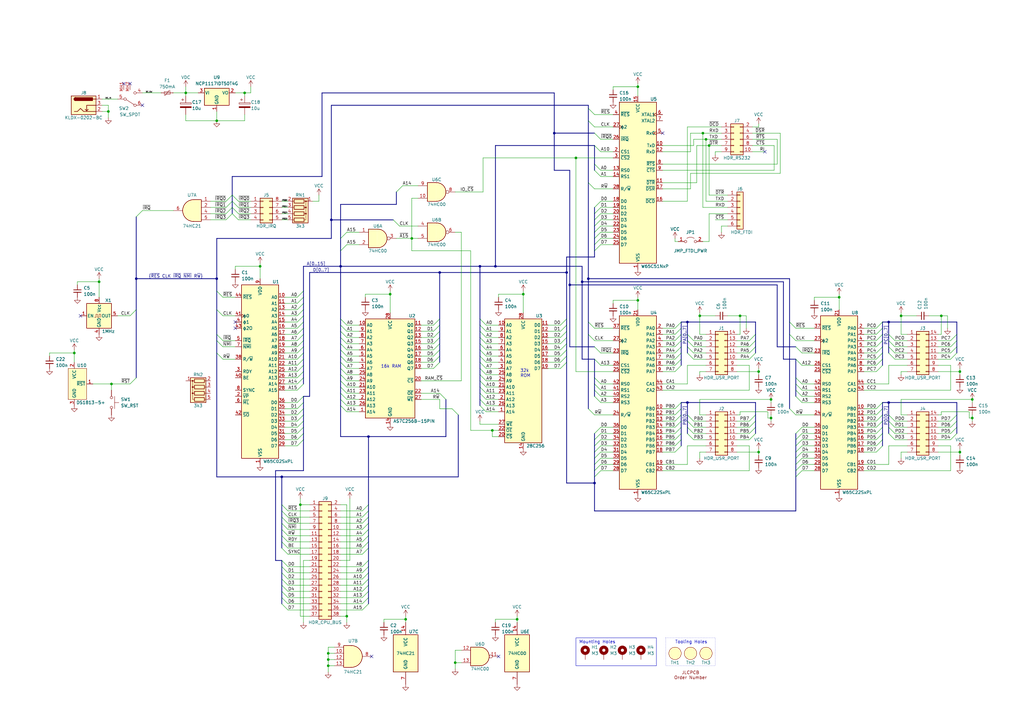
<source format=kicad_sch>
(kicad_sch (version 20230121) (generator eeschema)
  (paper "A3")
  (title_block (title "u6502 - Single Board Computer") (date "2023-08-19") (rev "0") (company "Microcode.io") (comment 1 "Based on design by Garth Wilson"))
  (junction (at 243.84 198.12))
  (junction (at 142.24 252.73))
  (junction (at 40.64 115.57))
  (junction (at 151.13 179.07))
  (junction (at 168.91 97.79))
  (junction (at 398.78 171.45))
  (junction (at 214.63 120.65))
  (junction (at 186.69 271.78))
  (junction (at 232.41 111.76))
  (junction (at 44.45 45.72))
  (junction (at 238.76 115.57))
  (junction (at 88.9 49.53))
  (junction (at 364.49 132.08))
  (junction (at 290.83 59.69))
  (junction (at 180.34 111.76))
  (junction (at 30.48 144.78))
  (junction (at 106.68 109.22))
  (junction (at 134.62 270.51))
  (junction (at 76.2 38.1))
  (junction (at 287.02 129.54))
  (junction (at 135.89 90.17))
  (junction (at 100.33 38.1))
  (junction (at 241.3 114.3))
  (junction (at 201.93 176.53))
  (junction (at 203.2 109.22))
  (junction (at 288.29 54.61))
  (junction (at 236.22 64.77))
  (junction (at 316.23 171.45))
  (junction (at 88.9 114.3))
  (junction (at 393.7 185.42))
  (junction (at 134.62 273.05))
  (junction (at 115.57 195.58))
  (junction (at 369.57 129.54))
  (junction (at 311.15 185.42))
  (junction (at 289.56 57.15))
  (junction (at 386.08 129.54))
  (junction (at 261.62 123.19))
  (junction (at 233.68 116.84))
  (junction (at 160.02 120.65))
  (junction (at 393.7 152.4))
  (junction (at 311.15 152.4))
  (junction (at 344.17 121.92))
  (junction (at 364.49 165.1))
  (junction (at 261.62 35.56))
  (junction (at 398.78 163.83))
  (junction (at 227.33 54.61))
  (junction (at 196.85 109.22))
  (junction (at 303.53 129.54))
  (junction (at 281.94 132.08))
  (junction (at 166.37 254))
  (junction (at 212.09 254))
  (junction (at 123.19 207.01))
  (junction (at 55.88 114.3))
  (junction (at 316.23 163.83))
  (junction (at 134.62 267.97))
  (junction (at 281.94 165.1))
  (junction (at 45.72 157.48))
  (junction (at 139.7 109.22))
  (no_connect (at 50.8 34.29))
  (no_connect (at 53.34 34.29))
  (no_connect (at 58.42 43.18))
  (no_connect (at 313.69 62.23))
  (no_connect (at 271.78 54.61))
  (no_connect (at 204.47 269.24))
  (no_connect (at 96.52 132.08))
  (no_connect (at 33.02 129.54))
  (no_connect (at 96.52 134.62))
  (no_connect (at 152.4 269.24))
  (bus_entry (at 307.34 139.7) (size 2.54 -2.54))
  (bus_entry (at 246.38 69.85) (size -2.54 -2.54))
  (bus_entry (at 307.34 144.78) (size 2.54 -2.54))
  (bus_entry (at 359.41 152.4) (size 2.54 -2.54))
  (bus_entry (at 276.86 185.42) (size 2.54 -2.54))
  (bus_entry (at 243.84 134.62) (size -2.54 -2.54))
  (bus_entry (at 229.87 133.35) (size 2.54 -2.54))
  (bus_entry (at 359.41 147.32) (size 2.54 -2.54))
  (bus_entry (at 243.84 77.47) (size -2.54 -2.54))
  (bus_entry (at 92.71 85.09) (size 2.54 -2.54))
  (bus_entry (at 359.41 182.88) (size 2.54 -2.54))
  (bus_entry (at 246.38 100.33) (size -2.54 2.54))
  (bus_entry (at 177.8 135.89) (size 2.54 -2.54))
  (bus_entry (at 246.38 193.04) (size -2.54 2.54))
  (bus_entry (at 246.38 187.96) (size -2.54 2.54))
  (bus_entry (at 307.34 177.8) (size 2.54 -2.54))
  (bus_entry (at 148.59 237.49) (size 2.54 -2.54))
  (bus_entry (at 118.11 247.65) (size -2.54 -2.54))
  (bus_entry (at 199.39 135.89) (size -2.54 -2.54))
  (bus_entry (at 148.59 250.19) (size 2.54 -2.54))
  (bus_entry (at 367.03 177.8) (size -2.54 -2.54))
  (bus_entry (at 142.24 148.59) (size -2.54 -2.54))
  (bus_entry (at 142.24 161.29) (size -2.54 -2.54))
  (bus_entry (at 121.92 160.02) (size 2.54 -2.54))
  (bus_entry (at 199.39 143.51) (size -2.54 -2.54))
  (bus_entry (at 177.8 146.05) (size 2.54 -2.54))
  (bus_entry (at 246.38 180.34) (size -2.54 2.54))
  (bus_entry (at 121.92 142.24) (size 2.54 -2.54))
  (bus_entry (at 118.11 242.57) (size -2.54 -2.54))
  (bus_entry (at 328.93 182.88) (size -2.54 2.54))
  (bus_entry (at 246.38 190.5) (size -2.54 2.54))
  (bus_entry (at 121.92 129.54) (size 2.54 -2.54))
  (bus_entry (at 121.92 157.48) (size 2.54 -2.54))
  (bus_entry (at 165.1 76.2) (size -2.54 2.54))
  (bus_entry (at 97.79 90.17) (size -2.54 -2.54))
  (bus_entry (at 276.86 149.86) (size 2.54 -2.54))
  (bus_entry (at 359.41 137.16) (size 2.54 -2.54))
  (bus_entry (at 92.71 90.17) (size 2.54 -2.54))
  (bus_entry (at 148.59 217.17) (size 2.54 -2.54))
  (bus_entry (at 246.38 85.09) (size -2.54 2.54))
  (bus_entry (at 53.34 157.48) (size 2.54 -2.54))
  (bus_entry (at 58.42 86.36) (size -2.54 2.54))
  (bus_entry (at 229.87 146.05) (size 2.54 -2.54))
  (bus_entry (at 243.84 139.7) (size -2.54 -2.54))
  (bus_entry (at 328.93 180.34) (size -2.54 2.54))
  (bus_entry (at 148.59 247.65) (size 2.54 -2.54))
  (bus_entry (at 97.79 87.63) (size -2.54 -2.54))
  (bus_entry (at 276.86 144.78) (size 2.54 -2.54))
  (bus_entry (at 199.39 166.37) (size -2.54 -2.54))
  (bus_entry (at 148.59 224.79) (size 2.54 -2.54))
  (bus_entry (at 276.86 147.32) (size 2.54 -2.54))
  (bus_entry (at 199.39 158.75) (size -2.54 -2.54))
  (bus_entry (at 284.48 147.32) (size -2.54 -2.54))
  (bus_entry (at 389.89 172.72) (size 2.54 -2.54))
  (bus_entry (at 121.92 167.64) (size 2.54 -2.54))
  (bus_entry (at 367.03 142.24) (size -2.54 -2.54))
  (bus_entry (at 92.71 87.63) (size 2.54 -2.54))
  (bus_entry (at 199.39 140.97) (size -2.54 -2.54))
  (bus_entry (at 243.84 52.07) (size -2.54 -2.54))
  (bus_entry (at 177.8 148.59) (size 2.54 -2.54))
  (bus_entry (at 246.38 165.1) (size -2.54 -2.54))
  (bus_entry (at 246.38 157.48) (size -2.54 -2.54))
  (bus_entry (at 246.38 90.17) (size -2.54 2.54))
  (bus_entry (at 142.24 135.89) (size -2.54 -2.54))
  (bus_entry (at 328.93 160.02) (size -2.54 -2.54))
  (bus_entry (at 199.39 161.29) (size -2.54 -2.54))
  (bus_entry (at 199.39 168.91) (size -2.54 -2.54))
  (bus_entry (at 121.92 175.26) (size 2.54 -2.54))
  (bus_entry (at 118.11 237.49) (size -2.54 -2.54))
  (bus_entry (at 243.84 46.99) (size -2.54 -2.54))
  (bus_entry (at 118.11 224.79) (size -2.54 -2.54))
  (bus_entry (at 389.89 175.26) (size 2.54 -2.54))
  (bus_entry (at 121.92 124.46) (size 2.54 -2.54))
  (bus_entry (at 246.38 182.88) (size -2.54 2.54))
  (bus_entry (at 367.03 172.72) (size -2.54 -2.54))
  (bus_entry (at 121.92 147.32) (size 2.54 -2.54))
  (bus_entry (at 55.88 127) (size -2.54 2.54))
  (bus_entry (at 359.41 177.8) (size 2.54 -2.54))
  (bus_entry (at 163.83 92.71) (size -2.54 -2.54))
  (bus_entry (at 118.11 250.19) (size -2.54 -2.54))
  (bus_entry (at 121.92 172.72) (size 2.54 -2.54))
  (bus_entry (at 118.11 214.63) (size -2.54 -2.54))
  (bus_entry (at 328.93 175.26) (size -2.54 2.54))
  (bus_entry (at 276.86 175.26) (size 2.54 -2.54))
  (bus_entry (at 121.92 144.78) (size 2.54 -2.54))
  (bus_entry (at 389.89 147.32) (size 2.54 -2.54))
  (bus_entry (at 328.93 149.86) (size -2.54 -2.54))
  (bus_entry (at 121.92 132.08) (size 2.54 -2.54))
  (bus_entry (at 177.8 133.35) (size 2.54 -2.54))
  (bus_entry (at 246.38 87.63) (size -2.54 2.54))
  (bus_entry (at 229.87 140.97) (size 2.54 -2.54))
  (bus_entry (at 199.39 151.13) (size -2.54 -2.54))
  (bus_entry (at 328.93 144.78) (size -2.54 -2.54))
  (bus_entry (at 389.89 139.7) (size 2.54 -2.54))
  (bus_entry (at 199.39 138.43) (size -2.54 -2.54))
  (bus_entry (at 284.48 144.78) (size -2.54 -2.54))
  (bus_entry (at 121.92 182.88) (size 2.54 -2.54))
  (bus_entry (at 328.93 187.96) (size -2.54 2.54))
  (bus_entry (at 91.44 142.24) (size -2.54 -2.54))
  (bus_entry (at 199.39 148.59) (size -2.54 -2.54))
  (bus_entry (at 328.93 185.42) (size -2.54 2.54))
  (bus_entry (at 246.38 92.71) (size -2.54 2.54))
  (bus_entry (at 359.41 167.64) (size 2.54 -2.54))
  (bus_entry (at 367.03 147.32) (size -2.54 -2.54))
  (bus_entry (at 177.8 143.51) (size 2.54 -2.54))
  (bus_entry (at 328.93 190.5) (size -2.54 2.54))
  (bus_entry (at 199.39 133.35) (size -2.54 -2.54))
  (bus_entry (at 118.11 232.41) (size -2.54 -2.54))
  (bus_entry (at 92.71 82.55) (size 2.54 -2.54))
  (bus_entry (at 246.38 62.23) (size -2.54 -2.54))
  (bus_entry (at 276.86 134.62) (size 2.54 -2.54))
  (bus_entry (at 118.11 212.09) (size -2.54 -2.54))
  (bus_entry (at 246.38 144.78) (size -2.54 -2.54))
  (bus_entry (at 148.59 214.63) (size 2.54 -2.54))
  (bus_entry (at 121.92 139.7) (size 2.54 -2.54))
  (bus_entry (at 121.92 180.34) (size 2.54 -2.54))
  (bus_entry (at 359.41 144.78) (size 2.54 -2.54))
  (bus_entry (at 199.39 156.21) (size -2.54 -2.54))
  (bus_entry (at 284.48 172.72) (size -2.54 -2.54))
  (bus_entry (at 359.41 175.26) (size 2.54 -2.54))
  (bus_entry (at 148.59 209.55) (size 2.54 -2.54))
  (bus_entry (at 359.41 134.62) (size 2.54 -2.54))
  (bus_entry (at 91.44 129.54) (size -2.54 -2.54))
  (bus_entry (at 276.86 172.72) (size 2.54 -2.54))
  (bus_entry (at 359.41 185.42) (size 2.54 -2.54))
  (bus_entry (at 229.87 138.43) (size 2.54 -2.54))
  (bus_entry (at 121.92 154.94) (size 2.54 -2.54))
  (bus_entry (at 148.59 232.41) (size 2.54 -2.54))
  (bus_entry (at 326.39 170.18) (size -2.54 -2.54))
  (bus_entry (at 276.86 152.4) (size 2.54 -2.54))
  (bus_entry (at 359.41 180.34) (size 2.54 -2.54))
  (bus_entry (at 307.34 147.32) (size 2.54 -2.54))
  (bus_entry (at 229.87 135.89) (size 2.54 -2.54))
  (bus_entry (at 148.59 234.95) (size 2.54 -2.54))
  (bus_entry (at 148.59 212.09) (size 2.54 -2.54))
  (bus_entry (at 118.11 217.17) (size -2.54 -2.54))
  (bus_entry (at 142.24 168.91) (size -2.54 -2.54))
  (bus_entry (at 276.86 180.34) (size 2.54 -2.54))
  (bus_entry (at 328.93 165.1) (size -2.54 -2.54))
  (bus_entry (at 276.86 167.64) (size 2.54 -2.54))
  (bus_entry (at 284.48 142.24) (size -2.54 -2.54))
  (bus_entry (at 148.59 242.57) (size 2.54 -2.54))
  (bus_entry (at 389.89 144.78) (size 2.54 -2.54))
  (bus_entry (at 246.38 82.55) (size -2.54 2.54))
  (bus_entry (at 121.92 127) (size 2.54 -2.54))
  (bus_entry (at 243.84 170.18) (size -2.54 -2.54))
  (bus_entry (at 199.39 146.05) (size -2.54 -2.54))
  (bus_entry (at 276.86 137.16) (size 2.54 -2.54))
  (bus_entry (at 91.44 121.92) (size -2.54 -2.54))
  (bus_entry (at 284.48 175.26) (size -2.54 -2.54))
  (bus_entry (at 142.24 133.35) (size -2.54 -2.54))
  (bus_entry (at 276.86 142.24) (size 2.54 -2.54))
  (bus_entry (at 142.24 166.37) (size -2.54 -2.54))
  (bus_entry (at 121.92 149.86) (size 2.54 -2.54))
  (bus_entry (at 276.86 182.88) (size 2.54 -2.54))
  (bus_entry (at 91.44 147.32) (size -2.54 -2.54))
  (bus_entry (at 367.03 144.78) (size -2.54 -2.54))
  (bus_entry (at 142.24 100.33) (size -2.54 2.54))
  (bus_entry (at 91.44 139.7) (size -2.54 -2.54))
  (bus_entry (at 284.48 139.7) (size -2.54 -2.54))
  (bus_entry (at 276.86 177.8) (size 2.54 -2.54))
  (bus_entry (at 328.93 157.48) (size -2.54 -2.54))
  (bus_entry (at 177.8 138.43) (size 2.54 -2.54))
  (bus_entry (at 328.93 193.04) (size -2.54 2.54))
  (bus_entry (at 180.34 161.29) (size 2.54 2.54))
  (bus_entry (at 307.34 175.26) (size 2.54 -2.54))
  (bus_entry (at 142.24 151.13) (size -2.54 -2.54))
  (bus_entry (at 246.38 177.8) (size -2.54 2.54))
  (bus_entry (at 118.11 234.95) (size -2.54 -2.54))
  (bus_entry (at 246.38 149.86) (size -2.54 -2.54))
  (bus_entry (at 276.86 139.7) (size 2.54 -2.54))
  (bus_entry (at 142.24 146.05) (size -2.54 -2.54))
  (bus_entry (at 142.24 153.67) (size -2.54 -2.54))
  (bus_entry (at 284.48 180.34) (size -2.54 -2.54))
  (bus_entry (at 142.24 140.97) (size -2.54 -2.54))
  (bus_entry (at 118.11 240.03) (size -2.54 -2.54))
  (bus_entry (at 121.92 170.18) (size 2.54 -2.54))
  (bus_entry (at 229.87 143.51) (size 2.54 -2.54))
  (bus_entry (at 246.38 72.39) (size -2.54 -2.54))
  (bus_entry (at 307.34 142.24) (size 2.54 -2.54))
  (bus_entry (at 359.41 170.18) (size 2.54 -2.54))
  (bus_entry (at 389.89 180.34) (size 2.54 -2.54))
  (bus_entry (at 389.89 177.8) (size 2.54 -2.54))
  (bus_entry (at 367.03 180.34) (size -2.54 -2.54))
  (bus_entry (at 148.59 240.03) (size 2.54 -2.54))
  (bus_entry (at 359.41 172.72) (size 2.54 -2.54))
  (bus_entry (at 177.8 140.97) (size 2.54 -2.54))
  (bus_entry (at 97.79 82.55) (size -2.54 -2.54))
  (bus_entry (at 142.24 156.21) (size -2.54 -2.54))
  (bus_entry (at 326.39 139.7) (size -2.54 -2.54))
  (bus_entry (at 199.39 153.67) (size -2.54 -2.54))
  (bus_entry (at 121.92 152.4) (size 2.54 -2.54))
  (bus_entry (at 389.89 142.24) (size 2.54 -2.54))
  (bus_entry (at 246.38 97.79) (size -2.54 2.54))
  (bus_entry (at 307.34 172.72) (size 2.54 -2.54))
  (bus_entry (at 118.11 222.25) (size -2.54 -2.54))
  (bus_entry (at 328.93 162.56) (size -2.54 -2.54))
  (bus_entry (at 229.87 151.13) (size 2.54 -2.54))
  (bus_entry (at 148.59 219.71) (size 2.54 -2.54))
  (bus_entry (at 148.59 245.11) (size 2.54 -2.54))
  (bus_entry (at 199.39 163.83) (size -2.54 -2.54))
  (bus_entry (at 367.03 139.7) (size -2.54 -2.54))
  (bus_entry (at 359.41 139.7) (size 2.54 -2.54))
  (bus_entry (at 118.11 209.55) (size -2.54 -2.54))
  (bus_entry (at 142.24 138.43) (size -2.54 -2.54))
  (bus_entry (at 121.92 177.8) (size 2.54 -2.54))
  (bus_entry (at 121.92 121.92) (size 2.54 -2.54))
  (bus_entry (at 142.24 163.83) (size -2.54 -2.54))
  (bus_entry (at 359.41 142.24) (size 2.54 -2.54))
  (bus_entry (at 367.03 175.26) (size -2.54 -2.54))
  (bus_entry (at 185.42 167.64) (size 2.54 2.54))
  (bus_entry (at 118.11 227.33) (size -2.54 -2.54))
  (bus_entry (at 121.92 137.16) (size 2.54 -2.54))
  (bus_entry (at 326.39 134.62) (size -2.54 -2.54))
  (bus_entry (at 118.11 245.11) (size -2.54 -2.54))
  (bus_entry (at 177.8 151.13) (size 2.54 -2.54))
  (bus_entry (at 229.87 148.59) (size 2.54 -2.54))
  (bus_entry (at 276.86 170.18) (size 2.54 -2.54))
  (bus_entry (at 148.59 222.25) (size 2.54 -2.54))
  (bus_entry (at 246.38 95.25) (size -2.54 2.54))
  (bus_entry (at 121.92 134.62) (size 2.54 -2.54))
  (bus_entry (at 246.38 185.42) (size -2.54 2.54))
  (bus_entry (at 121.92 165.1) (size 2.54 -2.54))
  (bus_entry (at 148.59 227.33) (size 2.54 -2.54))
  (bus_entry (at 142.24 95.25) (size -2.54 2.54))
  (bus_entry (at 118.11 219.71) (size -2.54 -2.54))
  (bus_entry (at 359.41 149.86) (size 2.54 -2.54))
  (bus_entry (at 246.38 57.15) (size -2.54 -2.54))
  (bus_entry (at 307.34 180.34) (size 2.54 -2.54))
  (bus_entry (at 284.48 177.8) (size -2.54 -2.54))
  (bus_entry (at 142.24 143.51) (size -2.54 -2.54))
  (bus_entry (at 142.24 158.75) (size -2.54 -2.54))
  (bus_entry (at 246.38 162.56) (size -2.54 -2.54))
  (bus_entry (at 97.79 85.09) (size -2.54 -2.54))
  (bus_entry (at 246.38 175.26) (size -2.54 2.54))
  (bus_entry (at 328.93 177.8) (size -2.54 2.54))
  (bus_entry (at 246.38 160.02) (size -2.54 -2.54))
  (bus (pts (xy 364.49 165.1) (xy 392.43 165.1)))
  (wire (pts (xy 139.7 229.87) (xy 143.51 229.87)))
  (bus (pts (xy 196.85 148.59) (xy 196.85 146.05)))
  (bus (pts (xy 139.7 97.79) (xy 139.7 102.87)))
  (bus (pts (xy 180.34 111.76) (xy 232.41 111.76)))
  (bus (pts (xy 115.57 217.17) (xy 115.57 219.71)))
  (wire (pts (xy 281.94 52.07) (xy 295.91 52.07)))
  (wire (pts (xy 271.78 175.26) (xy 276.86 175.26)))
  (wire (pts (xy 298.45 129.54) (xy 303.53 129.54)))
  (wire (pts (xy 204.47 133.35) (xy 199.39 133.35)))
  (wire (pts (xy 116.84 154.94) (xy 121.92 154.94)))
  (bus (pts (xy 139.7 102.87) (xy 139.7 109.22)))
  (wire (pts (xy 45.72 157.48) (xy 53.34 157.48)))
  (bus (pts (xy 243.84 180.34) (xy 243.84 182.88)))
  (wire (pts (xy 251.46 35.56) (xy 261.62 35.56)))
  (wire (pts (xy 45.72 160.02) (xy 45.72 157.48)))
  (bus (pts (xy 309.88 137.16) (xy 309.88 139.7)))
  (wire (pts (xy 334.01 123.19) (xy 334.01 121.92)))
  (wire (pts (xy 271.78 139.7) (xy 276.86 139.7)))
  (wire (pts (xy 311.15 52.07) (xy 311.15 50.8)))
  (bus (pts (xy 243.84 95.25) (xy 243.84 97.79)))
  (wire (pts (xy 308.61 62.23) (xy 313.69 62.23)))
  (bus (pts (xy 243.84 100.33) (xy 243.84 102.87)))
  (bus (pts (xy 196.85 158.75) (xy 196.85 156.21)))
  (wire (pts (xy 139.7 214.63) (xy 148.59 214.63)))
  (wire (pts (xy 204.47 153.67) (xy 199.39 153.67)))
  (wire (pts (xy 139.7 237.49) (xy 148.59 237.49)))
  (wire (pts (xy 295.91 92.71) (xy 295.91 95.25)))
  (bus (pts (xy 151.13 237.49) (xy 151.13 240.03)))
  (wire (pts (xy 116.84 160.02) (xy 121.92 160.02)))
  (wire (pts (xy 393.7 184.15) (xy 393.7 185.42)))
  (bus (pts (xy 115.57 232.41) (xy 115.57 229.87)))
  (bus (pts (xy 232.41 146.05) (xy 232.41 148.59)))
  (wire (pts (xy 147.32 138.43) (xy 142.24 138.43)))
  (bus (pts (xy 139.7 163.83) (xy 139.7 166.37)))
  (wire (pts (xy 139.7 219.71) (xy 148.59 219.71)))
  (bus (pts (xy 115.57 242.57) (xy 115.57 240.03)))
  (wire (pts (xy 147.32 166.37) (xy 142.24 166.37)))
  (bus (pts (xy 233.68 116.84) (xy 318.77 116.84)))
  (wire (pts (xy 204.47 173.99) (xy 196.85 173.99)))
  (bus (pts (xy 139.7 143.51) (xy 139.7 146.05)))
  (wire (pts (xy 116.84 139.7) (xy 121.92 139.7)))
  (wire (pts (xy 204.47 148.59) (xy 199.39 148.59)))
  (bus (pts (xy 326.39 185.42) (xy 326.39 187.96)))
  (wire (pts (xy 281.94 157.48) (xy 271.78 157.48)))
  (wire (pts (xy 271.78 147.32) (xy 276.86 147.32)))
  (wire (pts (xy 203.2 254) (xy 212.09 254)))
  (wire (pts (xy 127 219.71) (xy 118.11 219.71)))
  (wire (pts (xy 48.26 129.54) (xy 53.34 129.54)))
  (wire (pts (xy 367.03 180.34) (xy 372.11 180.34)))
  (bus (pts (xy 151.13 179.07) (xy 182.88 179.07)))
  (bus (pts (xy 139.7 133.35) (xy 139.7 135.89)))
  (bus (pts (xy 233.68 69.85) (xy 227.33 69.85)))
  (wire (pts (xy 116.84 121.92) (xy 121.92 121.92)))
  (wire (pts (xy 116.84 147.32) (xy 121.92 147.32)))
  (bus (pts (xy 326.39 180.34) (xy 326.39 182.88)))
  (wire (pts (xy 308.61 57.15) (xy 318.77 57.15)))
  (wire (pts (xy 198.12 64.77) (xy 198.12 78.74)))
  (wire (pts (xy 369.57 129.54) (xy 375.92 129.54)))
  (bus (pts (xy 124.46 149.86) (xy 124.46 152.4)))
  (wire (pts (xy 127 224.79) (xy 118.11 224.79)))
  (bus (pts (xy 135.89 90.17) (xy 135.89 97.79)))
  (wire (pts (xy 271.78 62.23) (xy 283.21 62.23)))
  (wire (pts (xy 307.34 180.34) (xy 302.26 180.34)))
  (wire (pts (xy 251.46 100.33) (xy 246.38 100.33)))
  (bus (pts (xy 364.49 132.08) (xy 364.49 137.16)))
  (wire (pts (xy 143.51 204.47) (xy 143.51 229.87)))
  (wire (pts (xy 284.48 172.72) (xy 289.56 172.72)))
  (wire (pts (xy 44.45 45.72) (xy 44.45 48.26)))
  (bus (pts (xy 124.46 134.62) (xy 124.46 137.16)))
  (bus (pts (xy 232.41 135.89) (xy 232.41 138.43)))
  (bus (pts (xy 227.33 38.1) (xy 132.08 38.1)))
  (bus (pts (xy 279.4 137.16) (xy 279.4 134.62)))
  (wire (pts (xy 172.72 163.83) (xy 180.34 163.83)))
  (bus (pts (xy 281.94 165.1) (xy 281.94 170.18)))
  (wire (pts (xy 168.91 102.87) (xy 168.91 97.79)))
  (bus (pts (xy 139.7 153.67) (xy 139.7 156.21)))
  (wire (pts (xy 354.33 172.72) (xy 359.41 172.72)))
  (bus (pts (xy 281.94 132.08) (xy 281.94 137.16)))
  (bus (pts (xy 151.13 179.07) (xy 151.13 207.01)))
  (bus (pts (xy 124.46 121.92) (xy 124.46 124.46)))
  (wire (pts (xy 166.37 252.73) (xy 166.37 254)))
  (bus (pts (xy 151.13 229.87) (xy 151.13 232.41)))
  (wire (pts (xy 163.83 92.71) (xy 171.45 92.71)))
  (wire (pts (xy 307.34 177.8) (xy 302.26 177.8)))
  (wire (pts (xy 127 217.17) (xy 118.11 217.17)))
  (wire (pts (xy 251.46 152.4) (xy 236.22 152.4)))
  (wire (pts (xy 30.48 144.78) (xy 30.48 148.59)))
  (wire (pts (xy 128.27 82.55) (xy 130.81 82.55)))
  (wire (pts (xy 398.78 163.83) (xy 398.78 165.1)))
  (wire (pts (xy 212.09 254) (xy 212.09 255.27)))
  (bus (pts (xy 392.43 132.08) (xy 392.43 137.16)))
  (bus (pts (xy 196.85 138.43) (xy 196.85 135.89)))
  (bus (pts (xy 227.33 38.1) (xy 227.33 54.61)))
  (wire (pts (xy 147.32 133.35) (xy 142.24 133.35)))
  (wire (pts (xy 20.32 144.78) (xy 30.48 144.78)))
  (wire (pts (xy 284.48 147.32) (xy 289.56 147.32)))
  (wire (pts (xy 306.07 134.62) (xy 306.07 129.54)))
  (bus (pts (xy 124.46 165.1) (xy 124.46 162.56)))
  (bus (pts (xy 88.9 144.78) (xy 88.9 139.7)))
  (bus (pts (xy 361.95 182.88) (xy 361.95 180.34)))
  (bus (pts (xy 196.85 153.67) (xy 196.85 151.13)))
  (wire (pts (xy 276.86 97.79) (xy 276.86 99.06)))
  (wire (pts (xy 139.7 247.65) (xy 148.59 247.65)))
  (wire (pts (xy 134.62 273.05) (xy 134.62 275.59)))
  (wire (pts (xy 251.46 180.34) (xy 246.38 180.34)))
  (wire (pts (xy 369.57 163.83) (xy 369.57 170.18)))
  (wire (pts (xy 334.01 187.96) (xy 328.93 187.96)))
  (wire (pts (xy 298.45 92.71) (xy 295.91 92.71)))
  (bus (pts (xy 323.85 137.16) (xy 323.85 167.64)))
  (wire (pts (xy 243.84 77.47) (xy 251.46 77.47)))
  (bus (pts (xy 132.08 72.39) (xy 95.25 72.39)))
  (bus (pts (xy 243.84 157.48) (xy 243.84 160.02)))
  (bus (pts (xy 139.7 179.07) (xy 151.13 179.07)))
  (bus (pts (xy 233.68 116.84) (xy 233.68 69.85)))
  (wire (pts (xy 334.01 185.42) (xy 328.93 185.42)))
  (bus (pts (xy 243.84 102.87) (xy 243.84 105.41)))
  (wire (pts (xy 303.53 168.91) (xy 314.96 168.91)))
  (bus (pts (xy 279.4 182.88) (xy 279.4 180.34)))
  (wire (pts (xy 283.21 71.12) (xy 320.04 71.12)))
  (wire (pts (xy 251.46 182.88) (xy 246.38 182.88)))
  (wire (pts (xy 307.34 149.86) (xy 302.26 149.86)))
  (wire (pts (xy 243.84 134.62) (xy 251.46 134.62)))
  (bus (pts (xy 392.43 165.1) (xy 392.43 170.18)))
  (wire (pts (xy 284.48 139.7) (xy 289.56 139.7)))
  (wire (pts (xy 354.33 182.88) (xy 359.41 182.88)))
  (wire (pts (xy 308.61 54.61) (xy 320.04 54.61)))
  (bus (pts (xy 392.43 175.26) (xy 392.43 177.8)))
  (bus (pts (xy 279.4 167.64) (xy 279.4 165.1)))
  (wire (pts (xy 289.56 149.86) (xy 281.94 149.86)))
  (wire (pts (xy 116.84 157.48) (xy 121.92 157.48)))
  (wire (pts (xy 246.38 165.1) (xy 251.46 165.1)))
  (wire (pts (xy 367.03 139.7) (xy 372.11 139.7)))
  (bus (pts (xy 392.43 142.24) (xy 392.43 144.78)))
  (wire (pts (xy 204.47 166.37) (xy 199.39 166.37)))
  (bus (pts (xy 326.39 142.24) (xy 318.77 142.24)))
  (wire (pts (xy 334.01 121.92) (xy 344.17 121.92)))
  (wire (pts (xy 142.24 95.25) (xy 147.32 95.25)))
  (wire (pts (xy 224.79 140.97) (xy 229.87 140.97)))
  (wire (pts (xy 147.32 156.21) (xy 142.24 156.21)))
  (bus (pts (xy 279.4 165.1) (xy 281.94 165.1)))
  (wire (pts (xy 106.68 109.22) (xy 96.52 109.22)))
  (bus (pts (xy 279.4 139.7) (xy 279.4 137.16)))
  (wire (pts (xy 147.32 163.83) (xy 142.24 163.83)))
  (wire (pts (xy 76.2 38.1) (xy 81.28 38.1)))
  (wire (pts (xy 116.84 149.86) (xy 121.92 149.86)))
  (wire (pts (xy 115.57 85.09) (xy 118.11 85.09)))
  (wire (pts (xy 168.91 97.79) (xy 171.45 97.79)))
  (wire (pts (xy 196.85 172.72) (xy 196.85 173.99)))
  (bus (pts (xy 151.13 232.41) (xy 151.13 234.95)))
  (wire (pts (xy 139.7 212.09) (xy 148.59 212.09)))
  (wire (pts (xy 203.2 255.27) (xy 203.2 254)))
  (wire (pts (xy 393.7 185.42) (xy 393.7 186.69)))
  (wire (pts (xy 116.84 137.16) (xy 121.92 137.16)))
  (wire (pts (xy 127 242.57) (xy 118.11 242.57)))
  (wire (pts (xy 398.78 171.45) (xy 398.78 170.18)))
  (wire (pts (xy 102.87 35.56) (xy 102.87 38.1)))
  (wire (pts (xy 388.62 134.62) (xy 388.62 129.54)))
  (wire (pts (xy 271.78 152.4) (xy 276.86 152.4)))
  (wire (pts (xy 251.46 187.96) (xy 246.38 187.96)))
  (bus (pts (xy 243.84 190.5) (xy 243.84 193.04)))
  (wire (pts (xy 204.47 156.21) (xy 199.39 156.21)))
  (wire (pts (xy 389.89 142.24) (xy 384.81 142.24)))
  (wire (pts (xy 186.69 95.25) (xy 189.23 95.25)))
  (bus (pts (xy 243.84 147.32) (xy 238.76 147.32)))
  (wire (pts (xy 284.48 180.34) (xy 289.56 180.34)))
  (bus (pts (xy 243.84 90.17) (xy 243.84 92.71)))
  (wire (pts (xy 293.37 90.17) (xy 298.45 90.17)))
  (wire (pts (xy 100.33 38.1) (xy 100.33 39.37)))
  (wire (pts (xy 317.5 69.85) (xy 317.5 59.69)))
  (bus (pts (xy 139.7 83.82) (xy 139.7 97.79)))
  (bus (pts (xy 232.41 143.51) (xy 232.41 146.05)))
  (wire (pts (xy 271.78 142.24) (xy 276.86 142.24)))
  (wire (pts (xy 285.75 74.93) (xy 285.75 59.69)))
  (bus (pts (xy 243.84 54.61) (xy 227.33 54.61)))
  (wire (pts (xy 160.02 120.65) (xy 160.02 128.27)))
  (wire (pts (xy 261.62 121.92) (xy 261.62 123.19)))
  (bus (pts (xy 309.88 170.18) (xy 309.88 172.72)))
  (wire (pts (xy 142.24 100.33) (xy 147.32 100.33)))
  (bus (pts (xy 115.57 212.09) (xy 115.57 214.63)))
  (wire (pts (xy 354.33 175.26) (xy 359.41 175.26)))
  (wire (pts (xy 271.78 193.04) (xy 307.34 193.04)))
  (wire (pts (xy 381 129.54) (xy 386.08 129.54)))
  (wire (pts (xy 116.84 172.72) (xy 121.92 172.72)))
  (wire (pts (xy 290.83 99.06) (xy 288.29 99.06)))
  (bus (pts (xy 326.39 209.55) (xy 243.84 209.55)))
  (bus (pts (xy 243.84 154.94) (xy 243.84 157.48)))
  (wire (pts (xy 193.04 102.87) (xy 168.91 102.87)))
  (wire (pts (xy 116.84 177.8) (xy 121.92 177.8)))
  (bus (pts (xy 124.46 154.94) (xy 124.46 157.48)))
  (bus (pts (xy 124.46 172.72) (xy 124.46 170.18)))
  (wire (pts (xy 127 214.63) (xy 118.11 214.63)))
  (wire (pts (xy 147.32 161.29) (xy 142.24 161.29)))
  (wire (pts (xy 96.52 109.22) (xy 96.52 110.49)))
  (bus (pts (xy 88.9 97.79) (xy 88.9 114.3)))
  (wire (pts (xy 172.72 135.89) (xy 177.8 135.89)))
  (wire (pts (xy 193.04 176.53) (xy 193.04 102.87)))
  (bus (pts (xy 182.88 163.83) (xy 182.88 179.07)))
  (bus (pts (xy 309.88 132.08) (xy 309.88 137.16)))
  (wire (pts (xy 246.38 144.78) (xy 251.46 144.78)))
  (wire (pts (xy 224.79 151.13) (xy 229.87 151.13)))
  (wire (pts (xy 139.7 250.19) (xy 148.59 250.19)))
  (bus (pts (xy 196.85 109.22) (xy 139.7 109.22)))
  (bus (pts (xy 243.84 97.79) (xy 243.84 100.33)))
  (wire (pts (xy 127 247.65) (xy 118.11 247.65)))
  (wire (pts (xy 172.72 140.97) (xy 177.8 140.97)))
  (wire (pts (xy 344.17 120.65) (xy 344.17 121.92)))
  (wire (pts (xy 116.84 170.18) (xy 121.92 170.18)))
  (wire (pts (xy 386.08 168.91) (xy 397.51 168.91)))
  (wire (pts (xy 289.56 82.55) (xy 298.45 82.55)))
  (bus (pts (xy 151.13 212.09) (xy 151.13 214.63)))
  (wire (pts (xy 168.91 97.79) (xy 168.91 81.28)))
  (wire (pts (xy 30.48 143.51) (xy 30.48 144.78)))
  (bus (pts (xy 115.57 195.58) (xy 187.96 195.58)))
  (wire (pts (xy 127 250.19) (xy 118.11 250.19)))
  (wire (pts (xy 328.93 157.48) (xy 334.01 157.48)))
  (wire (pts (xy 281.94 190.5) (xy 271.78 190.5)))
  (wire (pts (xy 204.47 135.89) (xy 199.39 135.89)))
  (wire (pts (xy 251.46 87.63) (xy 246.38 87.63)))
  (wire (pts (xy 276.86 99.06) (xy 278.13 99.06)))
  (wire (pts (xy 157.48 255.27) (xy 157.48 254)))
  (wire (pts (xy 214.63 119.38) (xy 214.63 120.65)))
  (wire (pts (xy 271.78 180.34) (xy 276.86 180.34)))
  (wire (pts (xy 367.03 144.78) (xy 372.11 144.78)))
  (bus (pts (xy 151.13 209.55) (xy 151.13 212.09)))
  (wire (pts (xy 102.87 85.09) (xy 97.79 85.09)))
  (bus (pts (xy 55.88 114.3) (xy 55.88 127)))
  (bus (pts (xy 180.34 130.81) (xy 180.34 133.35)))
  (bus (pts (xy 180.34 143.51) (xy 180.34 146.05)))
  (bus (pts (xy 151.13 219.71) (xy 151.13 222.25)))
  (bus (pts (xy 241.3 49.53) (xy 241.3 44.45)))
  (wire (pts (xy 166.37 254) (xy 166.37 255.27)))
  (wire (pts (xy 246.38 149.86) (xy 251.46 149.86)))
  (wire (pts (xy 334.01 193.04) (xy 328.93 193.04)))
  (bus (pts (xy 392.43 172.72) (xy 392.43 175.26)))
  (bus (pts (xy 238.76 109.22) (xy 203.2 109.22)))
  (wire (pts (xy 142.24 252.73) (xy 142.24 255.27)))
  (wire (pts (xy 76.2 38.1) (xy 76.2 39.37)))
  (wire (pts (xy 142.24 207.01) (xy 142.24 252.73)))
  (wire (pts (xy 289.56 170.18) (xy 287.02 170.18)))
  (bus (pts (xy 88.9 127) (xy 88.9 119.38)))
  (wire (pts (xy 115.57 90.17) (xy 118.11 90.17)))
  (wire (pts (xy 246.38 62.23) (xy 251.46 62.23)))
  (bus (pts (xy 124.46 124.46) (xy 124.46 127)))
  (wire (pts (xy 261.62 34.29) (xy 261.62 35.56)))
  (wire (pts (xy 88.9 45.72) (xy 88.9 49.53)))
  (wire (pts (xy 367.03 147.32) (xy 372.11 147.32)))
  (wire (pts (xy 91.44 129.54) (xy 96.52 129.54)))
  (bus (pts (xy 243.84 105.41) (xy 232.41 105.41)))
  (wire (pts (xy 224.79 135.89) (xy 229.87 135.89)))
  (wire (pts (xy 311.15 152.4) (xy 311.15 153.67)))
  (bus (pts (xy 309.88 139.7) (xy 309.88 142.24)))
  (wire (pts (xy 328.93 160.02) (xy 334.01 160.02)))
  (wire (pts (xy 139.7 252.73) (xy 142.24 252.73)))
  (wire (pts (xy 364.49 157.48) (xy 354.33 157.48)))
  (wire (pts (xy 372.11 152.4) (xy 369.57 152.4)))
  (wire (pts (xy 20.32 146.05) (xy 20.32 144.78)))
  (bus (pts (xy 127 111.76) (xy 180.34 111.76)))
  (wire (pts (xy 147.32 146.05) (xy 142.24 146.05)))
  (wire (pts (xy 284.48 59.69) (xy 284.48 57.15)))
  (wire (pts (xy 106.68 107.95) (xy 106.68 109.22)))
  (wire (pts (xy 354.33 137.16) (xy 359.41 137.16)))
  (bus (pts (xy 113.03 193.04) (xy 124.46 193.04)))
  (bus (pts (xy 132.08 38.1) (xy 132.08 72.39)))
  (wire (pts (xy 123.19 204.47) (xy 123.19 207.01)))
  (bus (pts (xy 232.41 140.97) (xy 232.41 143.51)))
  (wire (pts (xy 354.33 149.86) (xy 359.41 149.86)))
  (wire (pts (xy 243.84 52.07) (xy 251.46 52.07)))
  (bus (pts (xy 88.9 139.7) (xy 88.9 137.16)))
  (wire (pts (xy 369.57 128.27) (xy 369.57 129.54)))
  (wire (pts (xy 123.19 207.01) (xy 123.19 252.73)))
  (wire (pts (xy 288.29 85.09) (xy 288.29 54.61)))
  (wire (pts (xy 251.46 123.19) (xy 261.62 123.19)))
  (bus (pts (xy 135.89 90.17) (xy 161.29 90.17)))
  (wire (pts (xy 124.46 229.87) (xy 124.46 255.27)))
  (wire (pts (xy 251.46 193.04) (xy 246.38 193.04)))
  (wire (pts (xy 354.33 177.8) (xy 359.41 177.8)))
  (wire (pts (xy 354.33 185.42) (xy 359.41 185.42)))
  (bus (pts (xy 115.57 229.87) (xy 113.03 229.87)))
  (wire (pts (xy 204.47 140.97) (xy 199.39 140.97)))
  (bus (pts (xy 180.34 111.76) (xy 180.34 130.81)))
  (wire (pts (xy 40.64 114.3) (xy 40.64 115.57)))
  (wire (pts (xy 127 229.87) (xy 124.46 229.87)))
  (wire (pts (xy 389.89 160.02) (xy 389.89 149.86)))
  (bus (pts (xy 361.95 175.26) (xy 361.95 172.72)))
  (wire (pts (xy 397.51 168.91) (xy 397.51 171.45)))
  (wire (pts (xy 186.69 266.7) (xy 186.69 271.78)))
  (wire (pts (xy 334.01 177.8) (xy 328.93 177.8)))
  (bus (pts (xy 88.9 119.38) (xy 88.9 114.3)))
  (bus (pts (xy 326.39 147.32) (xy 326.39 154.94)))
  (bus (pts (xy 151.13 214.63) (xy 151.13 217.17)))
  (wire (pts (xy 58.42 38.1) (xy 66.04 38.1)))
  (wire (pts (xy 308.61 52.07) (xy 311.15 52.07)))
  (wire (pts (xy 290.83 87.63) (xy 290.83 99.06)))
  (bus (pts (xy 361.95 177.8) (xy 361.95 175.26)))
  (bus (pts (xy 279.4 132.08) (xy 281.94 132.08)))
  (wire (pts (xy 271.78 172.72) (xy 276.86 172.72)))
  (bus (pts (xy 309.88 172.72) (xy 309.88 175.26)))
  (bus (pts (xy 124.46 175.26) (xy 124.46 172.72)))
  (wire (pts (xy 389.89 193.04) (xy 389.89 182.88)))
  (wire (pts (xy 172.72 161.29) (xy 180.34 161.29)))
  (bus (pts (xy 124.46 139.7) (xy 124.46 142.24)))
  (wire (pts (xy 204.47 176.53) (xy 201.93 176.53)))
  (wire (pts (xy 328.93 149.86) (xy 334.01 149.86)))
  (wire (pts (xy 201.93 176.53) (xy 193.04 176.53)))
  (wire (pts (xy 354.33 193.04) (xy 389.89 193.04)))
  (wire (pts (xy 201.93 179.07) (xy 201.93 176.53)))
  (bus (pts (xy 279.4 147.32) (xy 279.4 144.78)))
  (bus (pts (xy 241.3 49.53) (xy 241.3 74.93)))
  (bus (pts (xy 243.84 193.04) (xy 243.84 195.58)))
  (bus (pts (xy 196.85 133.35) (xy 196.85 130.81)))
  (wire (pts (xy 289.56 182.88) (xy 281.94 182.88)))
  (wire (pts (xy 251.46 190.5) (xy 246.38 190.5)))
  (bus (pts (xy 139.7 130.81) (xy 139.7 133.35)))
  (bus (pts (xy 95.25 85.09) (xy 95.25 87.63)))
  (bus (pts (xy 115.57 237.49) (xy 115.57 234.95)))
  (wire (pts (xy 393.7 152.4) (xy 393.7 153.67)))
  (wire (pts (xy 271.78 82.55) (xy 281.94 82.55)))
  (bus (pts (xy 281.94 165.1) (xy 309.88 165.1)))
  (wire (pts (xy 246.38 162.56) (xy 251.46 162.56)))
  (bus (pts (xy 233.68 142.24) (xy 233.68 116.84)))
  (wire (pts (xy 162.56 97.79) (xy 168.91 97.79)))
  (wire (pts (xy 243.84 170.18) (xy 251.46 170.18)))
  (wire (pts (xy 354.33 152.4) (xy 359.41 152.4)))
  (bus (pts (xy 361.95 167.64) (xy 361.95 165.1)))
  (wire (pts (xy 204.47 138.43) (xy 199.39 138.43)))
  (wire (pts (xy 298.45 87.63) (xy 290.83 87.63)))
  (wire (pts (xy 76.2 49.53) (xy 88.9 49.53)))
  (bus (pts (xy 196.85 146.05) (xy 196.85 143.51)))
  (wire (pts (xy 367.03 177.8) (xy 372.11 177.8)))
  (wire (pts (xy 334.01 182.88) (xy 328.93 182.88)))
  (bus (pts (xy 279.4 142.24) (xy 279.4 139.7)))
  (bus (pts (xy 243.84 160.02) (xy 243.84 162.56)))
  (wire (pts (xy 328.93 165.1) (xy 334.01 165.1)))
  (bus (pts (xy 364.49 175.26) (xy 364.49 177.8)))
  (bus (pts (xy 124.46 147.32) (xy 124.46 149.86)))
  (bus (pts (xy 361.95 165.1) (xy 364.49 165.1)))
  (bus (pts (xy 180.34 135.89) (xy 180.34 138.43)))
  (bus (pts (xy 196.85 135.89) (xy 196.85 133.35)))
  (bus (pts (xy 281.94 137.16) (xy 281.94 139.7)))
  (wire (pts (xy 91.44 142.24) (xy 96.52 142.24)))
  (wire (pts (xy 116.84 180.34) (xy 121.92 180.34)))
  (bus (pts (xy 180.34 146.05) (xy 180.34 148.59)))
  (wire (pts (xy 31.75 115.57) (xy 31.75 116.84)))
  (wire (pts (xy 289.56 82.55) (xy 289.56 57.15)))
  (bus (pts (xy 115.57 245.11) (xy 115.57 242.57)))
  (bus (pts (xy 55.88 88.9) (xy 55.88 114.3)))
  (bus (pts (xy 326.39 154.94) (xy 326.39 157.48)))
  (wire (pts (xy 389.89 180.34) (xy 384.81 180.34)))
  (bus (pts (xy 364.49 132.08) (xy 392.43 132.08)))
  (wire (pts (xy 127 222.25) (xy 118.11 222.25)))
  (wire (pts (xy 316.23 171.45) (xy 316.23 172.72)))
  (bus (pts (xy 241.3 44.45) (xy 241.3 43.18)))
  (wire (pts (xy 204.47 161.29) (xy 199.39 161.29)))
  (bus (pts (xy 281.94 175.26) (xy 281.94 177.8)))
  (wire (pts (xy 116.84 144.78) (xy 121.92 144.78)))
  (bus (pts (xy 238.76 109.22) (xy 238.76 115.57)))
  (wire (pts (xy 224.79 148.59) (xy 229.87 148.59)))
  (bus (pts (xy 243.84 67.31) (xy 243.84 59.69)))
  (bus (pts (xy 139.7 156.21) (xy 139.7 158.75)))
  (wire (pts (xy 134.62 267.97) (xy 134.62 270.51)))
  (bus (pts (xy 364.49 165.1) (xy 364.49 170.18)))
  (bus (pts (xy 139.7 161.29) (xy 139.7 163.83)))
  (wire (pts (xy 284.48 142.24) (xy 289.56 142.24)))
  (wire (pts (xy 251.46 97.79) (xy 246.38 97.79)))
  (wire (pts (xy 116.84 124.46) (xy 121.92 124.46)))
  (wire (pts (xy 172.72 148.59) (xy 177.8 148.59)))
  (bus (pts (xy 135.89 97.79) (xy 88.9 97.79)))
  (wire (pts (xy 116.84 182.88) (xy 121.92 182.88)))
  (bus (pts (xy 361.95 149.86) (xy 361.95 147.32)))
  (wire (pts (xy 134.62 270.51) (xy 137.16 270.51)))
  (wire (pts (xy 302.26 152.4) (xy 311.15 152.4)))
  (wire (pts (xy 147.32 151.13) (xy 142.24 151.13)))
  (bus (pts (xy 361.95 144.78) (xy 361.95 142.24)))
  (wire (pts (xy 96.52 38.1) (xy 100.33 38.1)))
  (wire (pts (xy 139.7 232.41) (xy 148.59 232.41)))
  (wire (pts (xy 307.34 182.88) (xy 302.26 182.88)))
  (wire (pts (xy 116.84 142.24) (xy 121.92 142.24)))
  (bus (pts (xy 115.57 207.01) (xy 115.57 209.55)))
  (wire (pts (xy 271.78 185.42) (xy 276.86 185.42)))
  (wire (pts (xy 147.32 148.59) (xy 142.24 148.59)))
  (bus (pts (xy 361.95 147.32) (xy 361.95 144.78)))
  (wire (pts (xy 307.34 144.78) (xy 302.26 144.78)))
  (wire (pts (xy 186.69 271.78) (xy 186.69 274.32)))
  (wire (pts (xy 204.47 179.07) (xy 201.93 179.07)))
  (wire (pts (xy 204.47 168.91) (xy 199.39 168.91)))
  (wire (pts (xy 44.45 43.18) (xy 44.45 45.72)))
  (wire (pts (xy 372.11 149.86) (xy 364.49 149.86)))
  (wire (pts (xy 389.89 177.8) (xy 384.81 177.8)))
  (wire (pts (xy 314.96 168.91) (xy 314.96 171.45)))
  (wire (pts (xy 116.84 127) (xy 121.92 127)))
  (wire (pts (xy 307.34 139.7) (xy 302.26 139.7)))
  (bus (pts (xy 139.7 109.22) (xy 124.46 109.22)))
  (wire (pts (xy 364.49 182.88) (xy 364.49 190.5)))
  (wire (pts (xy 271.78 134.62) (xy 276.86 134.62)))
  (wire (pts (xy 354.33 144.78) (xy 359.41 144.78)))
  (bus (pts (xy 279.4 180.34) (xy 279.4 177.8)))
  (wire (pts (xy 344.17 121.92) (xy 344.17 127)))
  (wire (pts (xy 102.87 82.55) (xy 97.79 82.55)))
  (wire (pts (xy 288.29 85.09) (xy 298.45 85.09)))
  (wire (pts (xy 189.23 95.25) (xy 189.23 156.21)))
  (wire (pts (xy 251.46 36.83) (xy 251.46 35.56)))
  (wire (pts (xy 285.75 59.69) (xy 290.83 59.69)))
  (wire (pts (xy 389.89 144.78) (xy 384.81 144.78)))
  (bus (pts (xy 309.88 175.26) (xy 309.88 177.8)))
  (bus (pts (xy 124.46 152.4) (xy 124.46 154.94)))
  (bus (pts (xy 95.25 82.55) (xy 95.25 85.09)))
  (wire (pts (xy 147.32 158.75) (xy 142.24 158.75)))
  (wire (pts (xy 306.07 129.54) (xy 303.53 129.54)))
  (wire (pts (xy 287.02 152.4) (xy 287.02 153.67)))
  (bus (pts (xy 279.4 175.26) (xy 279.4 172.72)))
  (wire (pts (xy 127 245.11) (xy 118.11 245.11)))
  (wire (pts (xy 386.08 170.18) (xy 384.81 170.18)))
  (wire (pts (xy 100.33 38.1) (xy 102.87 38.1)))
  (wire (pts (xy 147.32 135.89) (xy 142.24 135.89)))
  (bus (pts (xy 124.46 109.22) (xy 124.46 119.38)))
  (wire (pts (xy 198.12 64.77) (xy 236.22 64.77)))
  (wire (pts (xy 168.91 81.28) (xy 171.45 81.28)))
  (bus (pts (xy 124.46 144.78) (xy 124.46 147.32)))
  (bus (pts (xy 139.7 138.43) (xy 139.7 140.97)))
  (wire (pts (xy 172.72 151.13) (xy 177.8 151.13)))
  (bus (pts (xy 55.88 127) (xy 55.88 154.94)))
  (wire (pts (xy 243.84 139.7) (xy 251.46 139.7)))
  (bus (pts (xy 361.95 134.62) (xy 361.95 132.08)))
  (bus (pts (xy 321.31 115.57) (xy 238.76 115.57)))
  (bus (pts (xy 232.41 148.59) (xy 232.41 198.12)))
  (wire (pts (xy 139.7 240.03) (xy 148.59 240.03)))
  (bus (pts (xy 309.88 142.24) (xy 309.88 144.78)))
  (wire (pts (xy 157.48 254) (xy 166.37 254)))
  (wire (pts (xy 251.46 185.42) (xy 246.38 185.42)))
  (wire (pts (xy 189.23 156.21) (xy 172.72 156.21)))
  (bus (pts (xy 243.84 147.32) (xy 243.84 154.94)))
  (bus (pts (xy 279.4 134.62) (xy 279.4 132.08)))
  (bus (pts (xy 115.57 214.63) (xy 115.57 217.17)))
  (wire (pts (xy 384.81 185.42) (xy 393.7 185.42)))
  (wire (pts (xy 127 252.73) (xy 123.19 252.73)))
  (wire (pts (xy 134.62 273.05) (xy 137.16 273.05)))
  (wire (pts (xy 116.84 165.1) (xy 121.92 165.1)))
  (bus (pts (xy 162.56 83.82) (xy 139.7 83.82)))
  (bus (pts (xy 364.49 172.72) (xy 364.49 175.26)))
  (wire (pts (xy 369.57 185.42) (xy 369.57 187.96)))
  (bus (pts (xy 187.96 170.18) (xy 187.96 195.58)))
  (wire (pts (xy 271.78 74.93) (xy 285.75 74.93)))
  (wire (pts (xy 271.78 137.16) (xy 276.86 137.16)))
  (bus (pts (xy 115.57 219.71) (xy 115.57 222.25)))
  (wire (pts (xy 287.02 129.54) (xy 293.37 129.54)))
  (wire (pts (xy 354.33 147.32) (xy 359.41 147.32)))
  (bus (pts (xy 241.3 114.3) (xy 241.3 132.08)))
  (wire (pts (xy 251.46 82.55) (xy 246.38 82.55)))
  (wire (pts (xy 326.39 134.62) (xy 334.01 134.62)))
  (bus (pts (xy 180.34 133.35) (xy 180.34 135.89)))
  (wire (pts (xy 41.91 40.64) (xy 48.26 40.64)))
  (wire (pts (xy 149.86 120.65) (xy 160.02 120.65)))
  (wire (pts (xy 386.08 170.18) (xy 386.08 168.91)))
  (wire (pts (xy 303.53 129.54) (xy 303.53 137.16)))
  (bus (pts (xy 227.33 54.61) (xy 227.33 69.85)))
  (wire (pts (xy 372.11 170.18) (xy 369.57 170.18)))
  (bus (pts (xy 151.13 207.01) (xy 151.13 209.55)))
  (bus (pts (xy 243.84 69.85) (xy 243.84 67.31)))
  (wire (pts (xy 246.38 57.15) (xy 251.46 57.15)))
  (wire (pts (xy 86.36 85.09) (xy 92.71 85.09)))
  (wire (pts (xy 139.7 245.11) (xy 148.59 245.11)))
  (bus (pts (xy 124.46 132.08) (xy 124.46 134.62)))
  (bus (pts (xy 115.57 240.03) (xy 115.57 237.49)))
  (bus (pts (xy 279.4 149.86) (xy 279.4 147.32)))
  (wire (pts (xy 389.89 139.7) (xy 384.81 139.7)))
  (wire (pts (xy 251.46 92.71) (xy 246.38 92.71)))
  (bus (pts (xy 124.46 193.04) (xy 124.46 180.34)))
  (bus (pts (xy 243.84 185.42) (xy 243.84 187.96)))
  (wire (pts (xy 186.69 78.74) (xy 198.12 78.74)))
  (bus (pts (xy 364.49 142.24) (xy 364.49 144.78)))
  (wire (pts (xy 372.11 185.42) (xy 369.57 185.42)))
  (bus (pts (xy 364.49 170.18) (xy 364.49 172.72)))
  (bus (pts (xy 139.7 140.97) (xy 139.7 143.51)))
  (wire (pts (xy 139.7 242.57) (xy 148.59 242.57)))
  (bus (pts (xy 361.95 137.16) (xy 361.95 134.62)))
  (wire (pts (xy 91.44 139.7) (xy 96.52 139.7)))
  (wire (pts (xy 204.47 120.65) (xy 214.63 120.65)))
  (bus (pts (xy 151.13 222.25) (xy 151.13 224.79)))
  (wire (pts (xy 289.56 57.15) (xy 295.91 57.15)))
  (bus (pts (xy 243.84 177.8) (xy 243.84 180.34)))
  (bus (pts (xy 124.46 177.8) (xy 124.46 175.26)))
  (wire (pts (xy 139.7 227.33) (xy 148.59 227.33)))
  (bus (pts (xy 243.84 187.96) (xy 243.84 190.5)))
  (wire (pts (xy 116.84 175.26) (xy 121.92 175.26)))
  (wire (pts (xy 307.34 193.04) (xy 307.34 182.88)))
  (bus (pts (xy 232.41 138.43) (xy 232.41 140.97)))
  (wire (pts (xy 165.1 76.2) (xy 171.45 76.2)))
  (bus (pts (xy 135.89 43.18) (xy 241.3 43.18)))
  (bus (pts (xy 364.49 139.7) (xy 364.49 142.24)))
  (wire (pts (xy 134.62 267.97) (xy 137.16 267.97)))
  (wire (pts (xy 41.91 45.72) (xy 44.45 45.72)))
  (bus (pts (xy 151.13 240.03) (xy 151.13 242.57)))
  (wire (pts (xy 123.19 207.01) (xy 127 207.01)))
  (wire (pts (xy 287.02 129.54) (xy 287.02 137.16)))
  (wire (pts (xy 76.2 46.99) (xy 76.2 49.53)))
  (wire (pts (xy 271.78 69.85) (xy 317.5 69.85)))
  (bus (pts (xy 135.89 43.18) (xy 135.89 90.17)))
  (bus (pts (xy 279.4 170.18) (xy 279.4 167.64)))
  (wire (pts (xy 204.47 146.05) (xy 199.39 146.05)))
  (wire (pts (xy 384.81 152.4) (xy 393.7 152.4)))
  (wire (pts (xy 293.37 62.23) (xy 293.37 63.5)))
  (wire (pts (xy 172.72 143.51) (xy 177.8 143.51)))
  (wire (pts (xy 364.49 149.86) (xy 364.49 157.48)))
  (wire (pts (xy 284.48 57.15) (xy 289.56 57.15)))
  (wire (pts (xy 393.7 151.13) (xy 393.7 152.4)))
  (wire (pts (xy 134.62 265.43) (xy 134.62 267.97)))
  (wire (pts (xy 271.78 77.47) (xy 283.21 77.47)))
  (bus (pts (xy 127 162.56) (xy 127 111.76)))
  (wire (pts (xy 367.03 142.24) (xy 372.11 142.24)))
  (bus (pts (xy 180.34 138.43) (xy 180.34 140.97)))
  (bus (pts (xy 281.94 139.7) (xy 281.94 142.24)))
  (wire (pts (xy 290.83 59.69) (xy 295.91 59.69)))
  (wire (pts (xy 160.02 119.38) (xy 160.02 120.65)))
  (wire (pts (xy 271.78 160.02) (xy 307.34 160.02)))
  (bus (pts (xy 361.95 139.7) (xy 361.95 137.16)))
  (bus (pts (xy 243.84 92.71) (xy 243.84 95.25)))
  (wire (pts (xy 334.01 180.34) (xy 328.93 180.34)))
  (wire (pts (xy 326.39 170.18) (xy 334.01 170.18)))
  (bus (pts (xy 139.7 158.75) (xy 139.7 161.29)))
  (bus (pts (xy 95.25 80.01) (xy 95.25 82.55)))
  (bus (pts (xy 115.57 222.25) (xy 115.57 224.79)))
  (bus (pts (xy 151.13 224.79) (xy 151.13 229.87)))
  (bus (pts (xy 243.84 209.55) (xy 243.84 198.12)))
  (bus (pts (xy 88.9 114.3) (xy 55.88 114.3)))
  (bus (pts (xy 321.31 147.32) (xy 321.31 115.57)))
  (wire (pts (xy 369.57 163.83) (xy 398.78 163.83)))
  (wire (pts (xy 147.32 168.91) (xy 142.24 168.91)))
  (bus (pts (xy 124.46 180.34) (xy 124.46 177.8)))
  (wire (pts (xy 236.22 64.77) (xy 236.22 152.4)))
  (bus (pts (xy 364.49 137.16) (xy 364.49 139.7)))
  (wire (pts (xy 320.04 71.12) (xy 320.04 54.61)))
  (wire (pts (xy 115.57 87.63) (xy 118.11 87.63)))
  (wire (pts (xy 334.01 190.5) (xy 328.93 190.5)))
  (wire (pts (xy 372.11 182.88) (xy 364.49 182.88)))
  (bus (pts (xy 124.46 129.54) (xy 124.46 132.08)))
  (wire (pts (xy 284.48 175.26) (xy 289.56 175.26)))
  (bus (pts (xy 88.9 137.16) (xy 88.9 127)))
  (bus (pts (xy 361.95 172.72) (xy 361.95 170.18)))
  (wire (pts (xy 295.91 62.23) (xy 293.37 62.23)))
  (wire (pts (xy 224.79 133.35) (xy 229.87 133.35)))
  (wire (pts (xy 127 234.95) (xy 118.11 234.95)))
  (wire (pts (xy 251.46 175.26) (xy 246.38 175.26)))
  (wire (pts (xy 116.84 167.64) (xy 121.92 167.64)))
  (wire (pts (xy 271.78 67.31) (xy 318.77 67.31)))
  (wire (pts (xy 354.33 160.02) (xy 389.89 160.02)))
  (bus (pts (xy 281.94 172.72) (xy 281.94 175.26)))
  (wire (pts (xy 116.84 134.62) (xy 121.92 134.62)))
  (wire (pts (xy 127 209.55) (xy 118.11 209.55)))
  (bus (pts (xy 326.39 187.96) (xy 326.39 190.5)))
  (wire (pts (xy 316.23 171.45) (xy 316.23 170.18)))
  (wire (pts (xy 303.53 170.18) (xy 302.26 170.18)))
  (wire (pts (xy 354.33 134.62) (xy 359.41 134.62)))
  (wire (pts (xy 127 227.33) (xy 118.11 227.33)))
  (wire (pts (xy 328.93 144.78) (xy 334.01 144.78)))
  (bus (pts (xy 115.57 247.65) (xy 115.57 245.11)))
  (wire (pts (xy 127 232.41) (xy 118.11 232.41)))
  (bus (pts (xy 326.39 177.8) (xy 326.39 180.34)))
  (wire (pts (xy 389.89 147.32) (xy 384.81 147.32)))
  (bus (pts (xy 281.94 142.24) (xy 281.94 144.78)))
  (bus (pts (xy 361.95 170.18) (xy 361.95 167.64)))
  (wire (pts (xy 271.78 149.86) (xy 276.86 149.86)))
  (wire (pts (xy 303.53 170.18) (xy 303.53 168.91)))
  (bus (pts (xy 139.7 148.59) (xy 139.7 151.13)))
  (wire (pts (xy 398.78 171.45) (xy 398.78 172.72)))
  (bus (pts (xy 139.7 135.89) (xy 139.7 138.43)))
  (bus (pts (xy 323.85 114.3) (xy 241.3 114.3)))
  (wire (pts (xy 86.36 87.63) (xy 92.71 87.63)))
  (wire (pts (xy 204.47 158.75) (xy 199.39 158.75)))
  (wire (pts (xy 147.32 143.51) (xy 142.24 143.51)))
  (wire (pts (xy 388.62 129.54) (xy 386.08 129.54)))
  (wire (pts (xy 281.94 182.88) (xy 281.94 190.5)))
  (bus (pts (xy 124.46 142.24) (xy 124.46 144.78)))
  (wire (pts (xy 137.16 265.43) (xy 134.62 265.43)))
  (wire (pts (xy 314.96 171.45) (xy 316.23 171.45)))
  (wire (pts (xy 127 240.03) (xy 118.11 240.03)))
  (bus (pts (xy 124.46 127) (xy 124.46 129.54)))
  (bus (pts (xy 238.76 115.57) (xy 238.76 147.32)))
  (wire (pts (xy 386.08 137.16) (xy 384.81 137.16)))
  (wire (pts (xy 354.33 170.18) (xy 359.41 170.18)))
  (wire (pts (xy 311.15 151.13) (xy 311.15 152.4)))
  (wire (pts (xy 334.01 175.26) (xy 328.93 175.26)))
  (wire (pts (xy 389.89 175.26) (xy 384.81 175.26)))
  (wire (pts (xy 180.34 163.83) (xy 180.34 167.64)))
  (wire (pts (xy 189.23 266.7) (xy 186.69 266.7)))
  (bus (pts (xy 95.25 72.39) (xy 95.25 80.01)))
  (wire (pts (xy 261.62 123.19) (xy 261.62 127)))
  (bus (pts (xy 243.84 182.88) (xy 243.84 185.42)))
  (bus (pts (xy 241.3 74.93) (xy 241.3 114.3)))
  (bus (pts (xy 326.39 193.04) (xy 326.39 195.58)))
  (bus (pts (xy 232.41 198.12) (xy 243.84 198.12)))
  (wire (pts (xy 288.29 54.61) (xy 295.91 54.61)))
  (bus (pts (xy 326.39 195.58) (xy 326.39 209.55)))
  (wire (pts (xy 281.94 82.55) (xy 281.94 52.07)))
  (wire (pts (xy 102.87 90.17) (xy 97.79 90.17)))
  (wire (pts (xy 204.47 143.51) (xy 199.39 143.51)))
  (bus (pts (xy 124.46 119.38) (xy 124.46 121.92)))
  (wire (pts (xy 287.02 163.83) (xy 316.23 163.83)))
  (wire (pts (xy 224.79 138.43) (xy 229.87 138.43)))
  (wire (pts (xy 58.42 86.36) (xy 71.12 86.36)))
  (bus (pts (xy 203.2 109.22) (xy 196.85 109.22)))
  (bus (pts (xy 323.85 132.08) (xy 323.85 114.3)))
  (wire (pts (xy 246.38 72.39) (xy 251.46 72.39)))
  (wire (pts (xy 186.69 271.78) (xy 189.23 271.78)))
  (wire (pts (xy 302.26 185.42) (xy 311.15 185.42)))
  (bus (pts (xy 279.4 172.72) (xy 279.4 170.18)))
  (bus (pts (xy 139.7 166.37) (xy 139.7 179.07)))
  (wire (pts (xy 281.94 149.86) (xy 281.94 157.48)))
  (bus (pts (xy 326.39 147.32) (xy 321.31 147.32)))
  (bus (pts (xy 88.9 144.78) (xy 88.9 195.58)))
  (wire (pts (xy 289.56 137.16) (xy 287.02 137.16)))
  (wire (pts (xy 271.78 182.88) (xy 276.86 182.88)))
  (bus (pts (xy 392.43 137.16) (xy 392.43 139.7)))
  (wire (pts (xy 139.7 209.55) (xy 148.59 209.55)))
  (bus (pts (xy 392.43 139.7) (xy 392.43 142.24)))
  (bus (pts (xy 196.85 156.21) (xy 196.85 153.67)))
  (wire (pts (xy 289.56 152.4) (xy 287.02 152.4)))
  (wire (pts (xy 316.23 163.83) (xy 316.23 165.1)))
  (wire (pts (xy 354.33 139.7) (xy 359.41 139.7)))
  (wire (pts (xy 38.1 157.48) (xy 45.72 157.48)))
  (bus (pts (xy 361.95 180.34) (xy 361.95 177.8)))
  (wire (pts (xy 354.33 167.64) (xy 359.41 167.64)))
  (wire (pts (xy 246.38 157.48) (xy 251.46 157.48)))
  (wire (pts (xy 251.46 124.46) (xy 251.46 123.19)))
  (bus (pts (xy 139.7 109.22) (xy 139.7 130.81)))
  (bus (pts (xy 151.13 242.57) (xy 151.13 245.11)))
  (wire (pts (xy 307.34 142.24) (xy 302.26 142.24)))
  (bus (pts (xy 139.7 151.13) (xy 139.7 153.67)))
  (wire (pts (xy 318.77 67.31) (xy 318.77 57.15)))
  (wire (pts (xy 172.72 133.35) (xy 177.8 133.35)))
  (bus (pts (xy 232.41 133.35) (xy 232.41 135.89)))
  (wire (pts (xy 364.49 190.5) (xy 354.33 190.5)))
  (bus (pts (xy 323.85 132.08) (xy 323.85 137.16)))
  (wire (pts (xy 102.87 87.63) (xy 97.79 87.63)))
  (bus (pts (xy 88.9 195.58) (xy 115.57 195.58)))
  (wire (pts (xy 386.08 129.54) (xy 386.08 137.16)))
  (wire (pts (xy 311.15 185.42) (xy 311.15 186.69)))
  (wire (pts (xy 86.36 82.55) (xy 92.71 82.55)))
  (wire (pts (xy 88.9 49.53) (xy 100.33 49.53)))
  (wire (pts (xy 389.89 182.88) (xy 384.81 182.88)))
  (wire (pts (xy 127 237.49) (xy 118.11 237.49)))
  (wire (pts (xy 251.46 90.17) (xy 246.38 90.17)))
  (wire (pts (xy 307.34 147.32) (xy 302.26 147.32)))
  (wire (pts (xy 139.7 207.01) (xy 142.24 207.01)))
  (wire (pts (xy 172.72 146.05) (xy 177.8 146.05)))
  (wire (pts (xy 271.78 170.18) (xy 276.86 170.18)))
  (wire (pts (xy 354.33 180.34) (xy 359.41 180.34)))
  (bus (pts (xy 232.41 105.41) (xy 232.41 111.76)))
  (wire (pts (xy 284.48 177.8) (xy 289.56 177.8)))
  (wire (pts (xy 307.34 175.26) (xy 302.26 175.26)))
  (wire (pts (xy 251.46 95.25) (xy 246.38 95.25)))
  (wire (pts (xy 271.78 177.8) (xy 276.86 177.8)))
  (bus (pts (xy 196.85 161.29) (xy 196.85 158.75)))
  (bus (pts (xy 232.41 130.81) (xy 232.41 133.35)))
  (wire (pts (xy 389.89 172.72) (xy 384.81 172.72)))
  (wire (pts (xy 290.83 80.01) (xy 298.45 80.01)))
  (bus (pts (xy 241.3 137.16) (xy 241.3 167.64)))
  (wire (pts (xy 246.38 160.02) (xy 251.46 160.02)))
  (wire (pts (xy 71.12 38.1) (xy 76.2 38.1)))
  (bus (pts (xy 115.57 209.55) (xy 115.57 212.09)))
  (wire (pts (xy 116.84 132.08) (xy 121.92 132.08)))
  (wire (pts (xy 287.02 128.27) (xy 287.02 129.54)))
  (bus (pts (xy 196.85 166.37) (xy 196.85 163.83)))
  (bus (pts (xy 151.13 245.11) (xy 151.13 247.65)))
  (bus (pts (xy 196.85 130.81) (xy 196.85 109.22)))
  (wire (pts (xy 307.34 172.72) (xy 302.26 172.72)))
  (wire (pts (xy 261.62 35.56) (xy 261.62 39.37)))
  (wire (pts (xy 180.34 167.64) (xy 185.42 167.64)))
  (bus (pts (xy 241.3 132.08) (xy 241.3 137.16)))
  (wire (pts (xy 271.78 144.78) (xy 276.86 144.78)))
  (bus (pts (xy 281.94 170.18) (xy 281.94 172.72)))
  (wire (pts (xy 290.83 80.01) (xy 290.83 59.69)))
  (bus (pts (xy 180.34 140.97) (xy 180.34 143.51)))
  (wire (pts (xy 115.57 82.55) (xy 118.11 82.55)))
  (wire (pts (xy 251.46 85.09) (xy 246.38 85.09)))
  (wire (pts (xy 147.32 140.97) (xy 142.24 140.97)))
  (wire (pts (xy 246.38 69.85) (xy 251.46 69.85)))
  (wire (pts (xy 139.7 224.79) (xy 148.59 224.79)))
  (wire (pts (xy 76.2 35.56) (xy 76.2 38.1)))
  (bus (pts (xy 124.46 137.16) (xy 124.46 139.7)))
  (bus (pts (xy 124.46 167.64) (xy 124.46 165.1)))
  (wire (pts (xy 308.61 59.69) (xy 317.5 59.69)))
  (wire (pts (xy 41.91 43.18) (xy 44.45 43.18)))
  (wire (pts (xy 130.81 80.01) (xy 130.81 82.55)))
  (wire (pts (xy 311.15 184.15) (xy 311.15 185.42)))
  (bus (pts (xy 124.46 170.18) (xy 124.46 167.64)))
  (wire (pts (xy 40.64 115.57) (xy 31.75 115.57)))
  (bus (pts (xy 243.84 59.69) (xy 203.2 59.69)))
  (bus (pts (xy 326.39 182.88) (xy 326.39 185.42)))
  (wire (pts (xy 139.7 222.25) (xy 148.59 222.25)))
  (wire (pts (xy 303.53 137.16) (xy 302.26 137.16)))
  (wire (pts (xy 100.33 49.53) (xy 100.33 46.99)))
  (bus (pts (xy 151.13 234.95) (xy 151.13 237.49)))
  (wire (pts (xy 127 212.09) (xy 118.11 212.09)))
  (bus (pts (xy 139.7 146.05) (xy 139.7 148.59)))
  (wire (pts (xy 147.32 153.67) (xy 142.24 153.67)))
  (wire (pts (xy 372.11 137.16) (xy 369.57 137.16)))
  (wire (pts (xy 271.78 59.69) (xy 284.48 59.69)))
  (wire (pts (xy 91.44 121.92) (xy 96.52 121.92)))
  (wire (pts (xy 134.62 270.51) (xy 134.62 273.05)))
  (wire (pts (xy 397.51 171.45) (xy 398.78 171.45)))
  (wire (pts (xy 139.7 234.95) (xy 148.59 234.95)))
  (bus (pts (xy 326.39 190.5) (xy 326.39 193.04)))
  (bus (pts (xy 361.95 132.08) (xy 364.49 132.08)))
  (bus (pts (xy 115.57 234.95) (xy 115.57 232.41)))
  (wire (pts (xy 389.89 149.86) (xy 384.81 149.86)))
  (bus (pts (xy 196.85 163.83) (xy 196.85 161.29)))
  (wire (pts (xy 224.79 146.05) (xy 229.87 146.05)))
  (wire (pts (xy 116.84 129.54) (xy 121.92 129.54)))
  (wire (pts (xy 116.84 152.4) (xy 121.92 152.4)))
  (wire (pts (xy 367.03 175.26) (xy 372.11 175.26)))
  (bus (pts (xy 318.77 142.24) (xy 318.77 116.84)))
  (wire (pts (xy 283.21 54.61) (xy 288.29 54.61)))
  (wire (pts (xy 307.34 160.02) (xy 307.34 149.86)))
  (bus (pts (xy 309.88 165.1) (xy 309.88 170.18)))
  (wire (pts (xy 326.39 139.7) (xy 334.01 139.7)))
  (wire (pts (xy 287.02 163.83) (xy 287.02 170.18)))
  (wire (pts (xy 283.21 62.23) (xy 283.21 54.61)))
  (bus (pts (xy 113.03 229.87) (xy 113.03 193.04)))
  (bus (pts (xy 243.84 87.63) (xy 243.84 90.17)))
  (wire (pts (xy 287.02 185.42) (xy 287.02 187.96)))
  (wire (pts (xy 91.44 147.32) (xy 96.52 147.32)))
  (wire (pts (xy 204.47 163.83) (xy 199.39 163.83)))
  (bus (pts (xy 196.85 151.13) (xy 196.85 148.59)))
  (bus (pts (xy 361.95 142.24) (xy 361.95 139.7)))
  (wire (pts (xy 367.03 172.72) (xy 372.11 172.72)))
  (bus (pts (xy 281.94 132.08) (xy 309.88 132.08)))
  (bus (pts (xy 203.2 59.69) (xy 203.2 109.22)))
  (bus (pts (xy 279.4 144.78) (xy 279.4 142.24)))
  (wire (pts (xy 214.63 120.65) (xy 214.63 128.27)))
  (wire (pts (xy 106.68 114.3) (xy 106.68 109.22)))
  (bus (pts (xy 124.46 162.56) (xy 127 162.56)))
  (bus (pts (xy 392.43 170.18) (xy 392.43 172.72)))
  (wire (pts (xy 369.57 152.4) (xy 369.57 153.67)))
  (bus (pts (xy 151.13 217.17) (xy 151.13 219.71)))
  (wire (pts (xy 328.93 162.56) (xy 334.01 162.56)))
  (bus (pts (xy 115.57 195.58) (xy 115.57 207.01)))
  (wire (pts (xy 354.33 142.24) (xy 359.41 142.24)))
  (wire (pts (xy 139.7 217.17) (xy 148.59 217.17)))
  (bus (pts (xy 326.39 160.02) (xy 326.39 162.56)))
  (wire (pts (xy 204.47 151.13) (xy 199.39 151.13)))
  (wire (pts (xy 86.36 90.17) (xy 92.71 90.17)))
  (bus (pts (xy 243.84 85.09) (xy 243.84 87.63)))
  (wire (pts (xy 284.48 144.78) (xy 289.56 144.78)))
  (bus (pts (xy 196.85 143.51) (xy 196.85 140.97)))
  (wire (pts (xy 40.64 121.92) (xy 40.64 115.57)))
  (bus (pts (xy 279.4 177.8) (xy 279.4 175.26)))
  (wire (pts (xy 149.86 121.92) (xy 149.86 120.65)))
  (wire (pts (xy 212.09 252.73) (xy 212.09 254)))
  (wire (pts (xy 369.57 129.54) (xy 369.57 137.16)))
  (bus (pts (xy 232.41 111.76) (xy 232.41 130.81)))
  (bus (pts (xy 162.56 78.74) (xy 162.56 83.82)))
  (wire (pts (xy 236.22 64.77) (xy 251.46 64.77)))
  (wire (pts (xy 289.56 185.42) (xy 287.02 185.42)))
  (wire (pts (xy 204.47 121.92) (xy 204.47 120.65)))
  (wire (pts (xy 224.79 143.51) (xy 229.87 143.51)))
  (wire (pts (xy 283.21 77.47) (xy 283.21 71.12)))
  (wire (pts (xy 251.46 177.8) (xy 246.38 177.8)))
  (wire (pts (xy 243.84 46.99) (xy 251.46 46.99)))
  (wire (pts (xy 172.72 138.43) (xy 177.8 138.43)))
  (wire (pts (xy 271.78 167.64) (xy 276.86 167.64)))
  (bus (pts (xy 243.84 142.24) (xy 233.68 142.24)))
  (bus (pts (xy 326.39 157.48) (xy 326.39 160.02)))
  (bus (pts (xy 196.85 140.97) (xy 196.85 138.43)))
  (bus (pts (xy 243.84 195.58) (xy 243.84 198.12)))
  (rectangle (start 236.22 261.62) (end 269.24 273.05))
  (rectangle (start 273.05 261.62) (end 293.37 273.05) (stroke (width 0) (type dot)))
  (text "Mounting Holes" (at 237.49 264.16 0) (effects (font (size 1.27 1.27)) (justify left bottom)))
  (text "32k\nROM" (at 213.36 154.94 0) (effects (font (size 1.27 1.27)) (justify left bottom)))
  (text "Tooling Holes" (at 276.86 264.16 0) (effects (font (size 1.27 1.27)) (justify left bottom)))
  (text "16k RAM" (at 156.21 151.13 0) (effects (font (size 1.27 1.27)) (justify left bottom)))
  (label "A4" (at 121.92 132.08 180))
  (label "PD7" (at 389.89 172.72 180))
  (label "D0" (at 177.8 133.35 180))
  (label "CB2" (at 276.86 193.04 180))
  (label "A4" (at 148.59 219.71 180))
  (label "PD2" (at 359.41 172.72 180))
  (label "A14" (at 180.34 161.29 180))
  (label "A14" (at 121.92 157.48 180))
  (label "~{DTR}" (at 290.83 59.69 0))
  (label "PA6" (at 276.86 149.86 180))
  (label "D5" (at 229.87 146.05 180))
  (label "{~{RES} CLK ~{IRQ} ~{NMI} R~{W}}" (at 60.96 114.3 0))
  (label "PD5" (at 389.89 177.8 180))
  (label "A3" (at 142.24 140.97 0))
  (label "D2" (at 121.92 170.18 180))
  (label "A3" (at 148.59 217.17 180))
  (label "D3" (at 121.92 172.72 180))
  (label "A12" (at 142.24 163.83 0))
  (label "A0" (at 246.38 69.85 0))
  (label "PC6" (at 389.89 142.24 180))
  (label "D1" (at 246.38 85.09 0))
  (label "A12" (at 148.59 242.57 180))
  (label "CLK" (at 246.38 52.07 0))
  (label "D0" (at 246.38 175.26 0))
  (label "PC7" (at 359.41 152.4 180))
  (label "A8" (at 199.39 153.67 0))
  (label "~{IRQ}" (at 91.44 139.7 0))
  (label "A3" (at 199.39 140.97 0))
  (label "D5" (at 177.8 146.05 180))
  (label "IRQ1r" (at 115.57 85.09 0) (effects (font (size 0.55 0.55))))
  (label "A10" (at 121.92 147.32 180))
  (label "R~{W}" (at 246.38 77.47 0))
  (label "PC6" (at 359.41 149.86 180))
  (label "RAM_~{CS}" (at 181.61 156.21 180))
  (label "D6" (at 121.92 180.34 180))
  (label "CA1" (at 276.86 157.48 180))
  (label "A1" (at 142.24 135.89 0))
  (label "CLK" (at 118.11 212.09 0))
  (label "A15" (at 142.24 100.33 0))
  (label "D1" (at 328.93 177.8 0))
  (label "PA1" (at 276.86 137.16 180))
  (label "A8" (at 142.24 153.67 0))
  (label "PC0" (at 367.03 139.7 0))
  (label "D6" (at 229.87 148.59 180))
  (label "D1" (at 121.92 167.64 180))
  (label "~{DSR}" (at 313.69 54.61 180))
  (label "CLK" (at 326.39 139.7 0))
  (label "D6" (at 246.38 190.5 0))
  (label "D6" (at 118.11 247.65 0))
  (label "PA4" (at 307.34 147.32 180))
  (label "RI" (at 313.69 62.23 180))
  (label "PC5" (at 359.41 147.32 180))
  (label "A15" (at 148.59 250.19 180))
  (label "~{IRQ1}" (at 246.38 144.78 0))
  (label "D7" (at 246.38 100.33 0))
  (label "D7" (at 121.92 182.88 180))
  (label "PD3" (at 367.03 180.34 0))
  (label "PA3" (at 276.86 142.24 180))
  (label "D2" (at 328.93 180.34 0))
  (label "D1" (at 177.8 135.89 180))
  (label "D6" (at 246.38 97.79 0))
  (label "A2" (at 121.92 127 180))
  (label "D2" (at 177.8 138.43 180))
  (label "PD7" (at 359.41 185.42 180))
  (label "D2" (at 229.87 138.43 180))
  (label "D3" (at 328.93 182.88 0))
  (label "RDY" (at 118.11 222.25 0))
  (label "D3" (at 246.38 90.17 0))
  (label "D7" (at 328.93 193.04 0))
  (label "PA[0..7]" (at 281.94 133.35 270))
  (label "D1" (at 246.38 177.8 0))
  (label "TXD" (at 290.83 57.15 0))
  (label "PC1" (at 367.03 142.24 0))
  (label "A4" (at 142.24 143.51 0))
  (label "D4" (at 118.11 242.57 0))
  (label "IRQ2r" (at 115.57 87.63 0) (effects (font (size 0.55 0.55))))
  (label "A1" (at 121.92 124.46 180))
  (label "PD2" (at 367.03 177.8 0))
  (label "A7" (at 148.59 227.33 180))
  (label "CB1" (at 276.86 190.5 180))
  (label "PD[0..7]" (at 364.49 166.37 270))
  (label "~{IRQ0}" (at 97.79 82.55 0))
  (label "A13" (at 246.38 149.86 0))
  (label "A4" (at 199.39 143.51 0))
  (label "R~{W}" (at 180.34 163.83 180))
  (label "D5" (at 121.92 177.8 180))
  (label "CA2" (at 276.86 160.02 180))
  (label "IRQ3r" (at 115.57 90.17 0) (effects (font (size 0.55 0.55))))
  (label "CLK" (at 163.83 92.71 0))
  (label "A14" (at 165.1 76.2 0))
  (label "~{IRQ2}" (at 328.93 144.78 0))
  (label "A5" (at 148.59 222.25 180))
  (label "~{RES}" (at 246.38 46.99 0))
  (label "A10" (at 142.24 158.75 0))
  (label "CD2" (at 359.41 193.04 180))
  (label "D4" (at 177.8 143.51 180))
  (label "~{NMI}" (at 91.44 142.24 0))
  (label "PD4" (at 389.89 180.34 180))
  (label "R~{W}" (at 118.11 219.71 0))
  (label "~{IRQ}" (at 58.42 86.36 0))
  (label "PA5" (at 276.86 147.32 180))
  (label "~{RES}" (at 91.44 121.92 0))
  (label "D2" (at 246.38 180.34 0))
  (label "A3" (at 328.93 165.1 0))
  (label "PD0" (at 367.03 172.72 0))
  (label "A2" (at 199.39 138.43 0))
  (label "~{IRQ3}" (at 97.79 90.17 0))
  (label "D7" (at 177.8 151.13 180))
  (label "PC4" (at 359.41 144.78 180))
  (label "PA5" (at 307.34 144.78 180))
  (label "IRQ0r" (at 115.57 82.55 0) (effects (font (size 0.55 0.55))))
  (label "D1" (at 118.11 234.95 0))
  (label "PD1" (at 359.41 170.18 180))
  (label "A10" (at 246.38 62.23 0))
  (label "A13" (at 121.92 154.94 180))
  (label "D3" (at 177.8 140.97 180))
  (label "~{IRQ3}" (at 92.71 90.17 180))
  (label "D4" (at 328.93 185.42 0))
  (label "A13" (at 199.39 166.37 0))
  (label "A12" (at 328.93 149.86 0))
  (label "D5" (at 328.93 187.96 0))
  (label "A11" (at 148.59 240.03 180))
  (label "A10" (at 199.39 158.75 0))
  (label "D6" (at 328.93 190.5 0))
  (label "A8" (at 121.92 142.24 180))
  (label "~{IRQ2}" (at 97.79 87.63 0))
  (label "A1" (at 328.93 160.02 0))
  (label "A12" (at 199.39 163.83 0))
  (label "A9" (at 148.59 234.95 180))
  (label "PB0" (at 284.48 172.72 0))
  (label "R~{W}" (at 326.39 170.18 0))
  (label "A1" (at 148.59 212.09 180))
  (label "A0" (at 148.59 209.55 180))
  (label "PC0" (at 359.41 134.62 180))
  (label "~{NMI}" (at 118.11 217.17 0))
  (label "PC2" (at 367.03 144.78 0))
  (label "~{IRQ2}" (at 92.71 87.63 180))
  (label "~{RES}" (at 118.11 209.55 0))
  (label "PA4" (at 276.86 144.78 180))
  (label "SYNC" (at 118.11 227.33 0))
  (label "CC2" (at 359.41 160.02 180))
  (label "IO_~{CS}" (at 194.31 78.74 180))
  (label "~{DTR}" (at 293.37 80.01 0))
  (label "D7" (at 229.87 151.13 180))
  (label "D4" (at 229.87 143.51 180))
  (label "A0" (at 121.92 121.92 180))
  (label "D0" (at 229.87 133.35 180))
  (label "D0" (at 246.38 82.55 0))
  (label "PB6" (at 276.86 182.88 180))
  (label "A7" (at 142.24 151.13 0))
  (label "PC4" (at 389.89 147.32 180))
  (label "~{DCD}" (at 290.83 52.07 0))
  (label "~{IRQ0}" (at 246.38 57.15 0))
  (label "D2" (at 118.11 237.49 0))
  (label "~{CTS}" (at 313.69 59.69 180))
  (label "~{IRQ1}" (at 92.71 85.09 180))
  (label "D0" (at 121.92 165.1 180))
  (label "PB0" (at 276.86 167.64 180))
  (label "PB3" (at 276.86 175.26 180))
  (label "A5" (at 121.92 134.62 180))
  (label "PD4" (at 359.41 177.8 180))
  (label "A2" (at 328.93 162.56 0))
  (label "PB2" (at 284.48 177.8 0))
  (label "A1" (at 246.38 72.39 0))
  (label "A6" (at 121.92 137.16 180))
  (label "PD3" (at 359.41 175.26 180))
  (label "PA1" (at 284.48 142.24 0))
  (label "A1" (at 246.38 160.02 0))
  (label "A8" (at 148.59 232.41 180))
  (label "RXD" (at 290.83 54.61 0))
  (label "A5" (at 142.24 146.05 0))
  (label "PB4" (at 276.86 177.8 180))
  (label "PA7" (at 276.86 152.4 180))
  (label "A13" (at 148.59 245.11 180))
  (label "D4" (at 246.38 92.71 0))
  (label "D3" (at 118.11 240.03 0))
  (label "PA3" (at 284.48 147.32 0))
  (label "PA7" (at 307.34 139.7 180))
  (label "A0" (at 328.93 157.48 0))
  (label "PB2" (at 276.86 172.72 180))
  (label "R~{W}" (at 91.44 147.32 0))
  (label "CC1" (at 359.41 157.48 180))
  (label "CLK" (at 243.84 139.7 0))
  (label "PB1" (at 276.86 170.18 180))
  (label "~{IRQ1}" (at 97.79 85.09 0))
  (label "CD1" (at 359.41 190.5 180))
  (label "D4" (at 246.38 185.42 0))
  (label "A11" (at 121.92 149.86 180))
  (label "D[0..7]" (at 128.27 111.76 0))
  (label "D7" (at 118.11 250.19 0))
  (label "A9" (at 142.24 156.21 0))
  (label "D7" (at 246.38 193.04 0))
  (label "PB5" (at 307.34 177.8 180))
  (label "A6" (at 148.59 224.79 180))
  (label "~{RST}" (at 53.34 157.48 180))
  (label "A0" (at 142.24 133.35 0))
  (label "~{RES}" (at 326.39 134.62 0))
  (label "PD6" (at 359.41 182.88 180))
  (label "PC[0..7]" (at 364.49 133.35 270))
  (label "~{A15}" (at 163.83 97.79 0))
  (label "~{IRQ3}" (at 118.11 214.63 0))
  (label "CLK" (at 53.34 129.54 180))
  (label "A11" (at 199.39 161.29 0))
  (label "PD0" (at 359.41 167.64 180))
  (label "PB7" (at 276.86 185.42 180))
  (label "PB3" (at 284.48 180.34 0))
  (label "D5" (at 118.11 245.11 0))
  (label "A14" (at 142.24 168.91 0))
  (label "BE" (at 118.11 224.79 0))
  (label "A10" (at 148.59 237.49 180))
  (label "PD5" (at 359.41 180.34 180))
  (label "PA0" (at 284.48 139.7 0))
  (label "R~{W}" (at 243.84 170.18 0))
  (label "CLK" (at 91.44 129.54 0))
  (label "PA2" (at 284.48 144.78 0))
  (label "PD6" (at 389.89 175.26 180))
  (label "DC_IN" (at 43.18 40.64 0) (effects (font (size 0.55 0.55))))
  (label "~{CTS}" (at 293.37 90.17 0))
  (label "PC7" (at 389.89 139.7 180))
  (label "A15" (at 121.92 160.02 180))
  (label "PA2" (at 276.86 139.7 180))
  (label "D4" (at 121.92 175.26 180))
  (label "PB6" (at 307.34 175.26 180))
  (label "A1" (at 199.39 135.89 0))
  (label "D3" (at 246.38 182.88 0))
  (label "A0" (at 199.39 133.35 0))
  (label "D0" (at 328.93 175.26 0))
  (label "D1" (at 229.87 135.89 180))
  (label "PA6" (at 307.34 142.24 180))
  (label "TXD" (at 293.37 82.55 0))
  (label "PC3" (at 367.03 147.32 0))
  (label "PC5" (at 389.89 144.78 180))
  (label "A3" (at 121.92 129.54 180))
  (label "A11" (at 142.24 161.29 0))
  (label "~{IRQ0}" (at 92.71 82.55 180))
  (label "PB[0..7]" (at 281.94 166.37 270))
  (label "A2" (at 148.59 214.63 180))
  (label "PA0" (at 276.86 134.62 180))
  (label "D5" (at 246.38 187.96 0))
  (label "A12" (at 121.92 152.4 180))
  (label "A9" (at 121.92 144.78 180))
  (label "A9" (at 199.39 156.21 0))
  (label "A[0..15]" (at 125.73 109.22 0))
  (label "A15" (at 142.24 95.25 0))
  (label "A5" (at 199.39 146.05 0))
  (label "A2" (at 142.24 138.43 0))
  (label "D0" (at 118.11 232.41 0))
  (label "A7" (at 121.92 139.7 180))
  (label "D2" (at 246.38 87.63 0))
  (label "A0" (at 246.38 157.48 0))
  (label "~{RTS}" (at 313.69 57.15 180))
  (label "A7" (at 199.39 151.13 0))
  (label "A6" (at 142.24 148.59 0))
  (label "D6" (at 177.8 148.59 180))
  (label "PC3" (at 359.41 142.24 180))
  (label "PD1" (at 367.03 175.26 0))
  (label "PB4" (at 307.34 180.34 180))
  (label "A6" (at 199.39 148.59 0))
  (label "DC_SW" (at 59.69 38.1 0) (effects (font (size 0.55 0.55))))
  (label "PB7" (at 307.34 172.72 180))
  (label "PB1" (at 284.48 175.26 0))
  (label "D3" (at 229.87 140.97 180))
  (label "A14" (at 148.59 247.65 180))
  (label "A3" (at 246.38 165.1 0))
  (label "PC1" (at 359.41 137.16 180))
  (label "A14" (at 199.39 168.91 0))
  (label "A13" (at 142.24 166.37 0))
  (label "RXD" (at 293.37 85.09 0))
  (label "A2" (at 246.38 162.56 0))
  (label "PC2" (at 359.41 139.7 180))
  (label "D5" (at 246.38 95.25 0))
  (label "PB5" (at 276.86 180.34 180))
  (label "~{RES}" (at 243.84 134.62 0))
  (symbol (lib_id "Device:C_Small") (at 20.32 148.59 0) (unit 1)
    (property "Reference" "C22" (at 22.86 147.32 0) (effects (justify left)))
    (property "Value" "100n" (at 22.86 149.86 0) (effects (justify left)))
  )
  (symbol (lib_id "Connector:Barrel_Jack_Switch") (at 34.29 43.18 0) (unit 1)
    (property "Reference" "J8" (at 34.29 38.1 0))
    (property "Value" "KLDX-0202-BC" (at 34.29 48.26 0))
    (property "Footprint" "Connector_BarrelJack:BarrelJack_Kycon_KLDX-0202-xC_Horizontal" (effects hide))
    (property "Mfr" "Kycon" (effects hide))
    (property "Mfr Part" "KLDX-0202-BC" (effects hide))
  )
  (symbol (lib_id "Device:C_Small") (at 334.01 125.73 0) (unit 1)
    (property "Reference" "C11" (at 336.55 124.46 0) (effects (justify left)))
    (property "Value" "100n" (at 336.55 127 0) (effects (justify left)))
  )
  (symbol (lib_id "power:VCC") (at 261.62 34.29 0) (unit 1)
    (property "Reference" "#PWR044" (effects hide))
    (property "Value" "VCC" (at 261.62 30.48 0))
  )
  (symbol (lib_id "power:GND") (at 311.15 191.77 0) (unit 1)
    (property "Reference" "#PWR024" (effects hide))
    (property "Value" "GND" (effects hide))
  )
  (symbol (lib_id "Device:C_Small") (at 203.2 257.81 0) (unit 1)
    (property "Reference" "C19" (at 205.74 256.54 0) (effects (justify left)))
    (property "Value" "100n" (at 205.74 259.08 0) (effects (justify left)))
  )
  (symbol (lib_id "power:GND") (at 393.7 158.75 0) (unit 1)
    (property "Reference" "#PWR038" (effects hide))
    (property "Value" "GND" (effects hide))
  )
  (symbol (lib_id "power:GND") (at 212.09 280.67 0) (unit 1)
    (property "Reference" "#PWR062" (effects hide))
    (property "Value" "GND" (effects hide))
  )
  (symbol (lib_id "power:GND") (at 20.32 151.13 0) (unit 1)
    (property "Reference" "#PWR053" (effects hide))
    (property "Value" "GND" (effects hide))
  )
  (symbol (lib_id "74xx:74LS00") (at 196.85 269.24 0) (unit 4)
    (property "Reference" "U6" (at 196.85 264.16 0))
    (property "Value" "74HC00" (at 196.85 274.32 0))
    (property "Footprint" "Package_DIP:DIP-14_W7.62mm_Socket" (effects hide))
    (property "Datasheet" "http://www.ti.com/lit/gpn/sn74ls00" (effects hide))
    (property "Sim.Enable" "0" (effects hide))
  )
  (symbol (lib_id "Device:C_Polarized") (at 76.2 43.18 0) (unit 1)
    (property "Reference" "C17" (at 78.74 41.91 0) (effects (justify left)))
    (property "Value" "10u" (at 78.74 44.45 0) (effects (justify left)))
    (property "Footprint" "Capacitor_Tantalum_SMD:CP_EIA-3528-21_Kemet-B_Pad1.50x2.35mm_HandSolder" (effects hide))
    (property "Mfr" "KYOCERA AVX" (effects hide))
    (property "Mfr Part" "TAJB106M020RNJ" (effects hide))
  )
  (symbol (lib_id "Memory_EEPROM:28C256") (at 214.63 156.21 0) (unit 1)
    (property "Reference" "U3" (at 219.71 129.54 0) (effects (justify left)))
    (property "Value" "28C256" (at 215.9 182.88 0) (effects (justify left)))
    (property "Footprint" "Package_DIP:DIP-28_W15.24mm_Socket" (effects hide))
    (property "Datasheet" "http://ww1.microchip.com/downloads/en/DeviceDoc/doc0006.pdf" (effects hide))
  )
  (symbol (lib_id "Device:C_Small") (at 316.23 167.64 0) (unit 1)
    (property "Reference" "C8" (at 318.77 166.37 0) (effects (justify left)))
    (property "Value" "100n" (at 318.77 168.91 0) (effects (justify left)))
  )
  (symbol (lib_id "Device:C_Small") (at 157.48 257.81 0) (unit 1)
    (property "Reference" "C2" (at 160.02 256.54 0) (effects (justify left)))
    (property "Value" "100n" (at 160.02 259.08 0) (effects (justify left)))
  )
  (symbol (lib_id "Connector_Generic:Conn_01x06") (at 303.53 85.09 0) (unit 1)
    (property "Reference" "J6" (at 302.26 77.47 0) (effects (justify left)))
    (property "Value" "HDR_FTDI" (at 299.72 95.25 0) (effects (justify left)))
    (property "Footprint" "Connector_PinSocket_2.54mm:PinSocket_1x06_P2.54mm_Vertical" (effects hide))
  )
  (symbol (lib_id "power:VCC") (at 214.63 119.38 0) (unit 1)
    (property "Reference" "#PWR08" (effects hide))
    (property "Value" "VCC" (at 214.63 115.57 0))
  )
  (symbol (lib_id "power:GND") (at 393.7 191.77 0) (unit 1)
    (property "Reference" "#PWR040" (effects hide))
    (property "Value" "GND" (effects hide))
  )
  (symbol (lib_id "Device:C_Small") (at 393.7 156.21 0) (unit 1)
    (property "Reference" "C13" (at 396.24 154.94 0) (effects (justify left)))
    (property "Value" "100n" (at 396.24 157.48 0) (effects (justify left)))
  )
  (symbol (lib_id "power:GND") (at 306.07 134.62 0) (unit 1)
    (property "Reference" "#PWR016" (effects hide))
    (property "Value" "GND" (effects hide))
  )
  (symbol (lib_id "Switch:SW_Push") (at 45.72 165.1 270) (unit 1)
    (property "Reference" "SW1" (at 49.53 163.83 90) (effects (justify left)))
    (property "Value" "SW_RST" (at 49.53 166.37 90) (effects (justify left)))
    (property "Footprint" "Button_Switch_THT:SW_PUSH_6mm" (effects hide))
  )
  (symbol (lib_id "power:VCC") (at 130.81 80.01 0) (unit 1)
    (property "Reference" "#PWR029" (effects hide))
    (property "Value" "VCC" (at 130.81 76.2 0))
  )
  (symbol (lib_id "power:GND") (at 251.46 129.54 0) (unit 1)
    (property "Reference" "#PWR026" (effects hide))
    (property "Value" "GND" (effects hide))
  )
  (symbol (lib_id "Connector_Generic:Conn_02x07_Counter_Clockwise") (at 377.19 177.8 0) (unit 1)
    (property "Reference" "J4" (at 378.46 167.64 0))
    (property "Value" "HDR_USR_PORT" (at 378.46 187.96 0))
    (property "Footprint" "Connector_PinHeader_2.54mm:PinHeader_2x07_P2.54mm_Vertical" (effects hide))
  )
  (symbol (lib_id "Memory_RAM:KM62256CLP") (at 160.02 151.13 0) (unit 1)
    (property "Reference" "U2" (at 167.64 129.54 0) (effects (justify left)))
    (property "Value" "AS7C256B-15PIN" (at 161.29 172.72 0) (effects (justify left)))
    (property "Footprint" "Package_DIP:DIP-28_W7.62mm_Socket" (effects hide))
    (property "Datasheet" "https://www.mouser.com/datasheet/2/12/AS7C256B.v.1.0-1288158.pdf" (effects hide))
  )
  (symbol (lib_id "Mouser:DS1813") (at 30.48 157.48 0) (unit 1)
    (property "Reference" "U10" (at 35.56 149.86 0) (effects (justify right)))
    (property "Value" "DS1813-5+" (at 43.18 165.1 0) (effects (justify right)))
    (property "Footprint" "Package_TO_SOT_THT:TO-92_Inline_Wide" (effects hide))
    (property "Datasheet" "https://www.mouser.com/datasheet/2/609/DS1813-3122044.pdf" (effects hide))
    (property "Mfr Part" "DS1813-5+" (effects hide))
    (property "Sim.Enable" "0" (effects hide))
  )
  (symbol (lib_id "power:GND") (at 293.37 63.5 0) (unit 1)
    (property "Reference" "#PWR047" (effects hide))
    (property "Value" "GND" (effects hide))
  )
  (symbol (lib_id "power:GND") (at 44.45 48.26 0) (unit 1)
    (property "Reference" "#PWR049" (effects hide))
    (property "Value" "GND" (effects hide))
  )
  (symbol (lib_id "Device:C_Small") (at 393.7 189.23 0) (unit 1)
    (property "Reference" "C14" (at 396.24 187.96 0) (effects (justify left)))
    (property "Value" "100n" (at 396.24 190.5 0) (effects (justify left)))
  )
  (symbol (lib_id "power:GND") (at 344.17 203.2 0) (unit 1)
    (property "Reference" "#PWR032" (effects hide))
    (property "Value" "GND" (effects hide))
  )
  (symbol (lib_id "power:VCC") (at 311.15 151.13 0) (unit 1)
    (property "Reference" "#PWR017" (effects hide))
    (property "Value" "VCC" (at 311.15 147.32 0))
  )
  (symbol (lib_id "Device:C_Small") (at 398.78 167.64 0) (unit 1)
    (property "Reference" "C15" (at 401.32 166.37 0) (effects (justify left)))
    (property "Value" "100n" (at 401.32 168.91 0) (effects (justify left)))
  )
  (symbol (lib_id "power:GND") (at 96.52 115.57 0) (unit 1)
    (property "Reference" "#PWR01" (effects hide))
    (property "Value" "GND" (effects hide))
  )
  (symbol (lib_id "power:GND") (at 149.86 127 0) (unit 1)
    (property "Reference" "#PWR03" (effects hide))
    (property "Value" "GND" (effects hide))
  )
  (symbol (lib_id "power:VDC") (at 76.2 35.56 0) (unit 1)
    (property "Reference" "#PWR051" (effects hide))
    (property "Value" "VDC" (at 76.2 31.75 0))
  )
  (symbol (lib_id "power:GND") (at 214.63 184.15 0) (unit 1)
    (property "Reference" "#PWR09" (effects hide))
    (property "Value" "GND" (effects hide))
  )
  (symbol (lib_id "power:GND") (at 295.91 95.25 0) (unit 1)
    (property "Reference" "#PWR045" (effects hide))
    (property "Value" "GND" (effects hide))
  )
  (symbol (lib_id "Device:C_Small") (at 96.52 113.03 0) (unit 1)
    (property "Reference" "C1" (at 99.06 111.76 0) (effects (justify left)))
    (property "Value" "100n" (at 99.06 114.3 0) (effects (justify left)))
  )
  (symbol (lib_id "power:VCC") (at 369.57 128.27 0) (unit 1)
    (property "Reference" "#PWR033" (effects hide))
    (property "Value" "VCC" (at 369.57 124.46 0))
  )
  (symbol (lib_id "power:GND") (at 40.64 137.16 0) (unit 1)
    (property "Reference" "#PWR014" (effects hide))
    (property "Value" "GND" (effects hide))
  )
  (symbol (lib_id "Device:C_Small") (at 378.46 129.54 90) (unit 1)
    (property "Reference" "C12" (at 377.19 127 0) (effects (justify left)))
    (property "Value" "100n" (at 379.73 127 0) (effects (justify left)))
  )
  (symbol (lib_id "power:VCC") (at 40.64 114.3 0) (unit 1)
    (property "Reference" "#PWR013" (effects hide))
    (property "Value" "VCC" (at 40.64 110.49 0))
  )
  (symbol (lib_id "Device:C_Small") (at 311.15 189.23 0) (unit 1)
    (property "Reference" "C9" (at 313.69 187.96 0) (effects (justify left)))
    (property "Value" "100n" (at 313.69 190.5 0) (effects (justify left)))
  )
  (symbol (lib_id "74xx:74LS21") (at 166.37 267.97 0) (unit 3)
    (property "Reference" "U7" (at 167.64 259.08 0) (effects (justify left)))
    (property "Value" "74HC21" (at 162.56 267.97 0) (effects (justify left)))
    (property "Footprint" "Package_DIP:DIP-14_W7.62mm_Socket" (effects hide))
    (property "Datasheet" "http://www.ti.com/lit/gpn/sn74LS21" (effects hide))
  )
  (symbol (lib_id "power:GND") (at 30.48 166.37 0) (unit 1)
    (property "Reference" "#PWR055" (effects hide))
    (property "Value" "GND" (effects hide))
  )
  (symbol (lib_id "Device:C_Small") (at 311.15 156.21 0) (unit 1)
    (property "Reference" "C7" (at 313.69 154.94 0) (effects (justify left)))
    (property "Value" "100n" (at 313.69 157.48 0) (effects (justify left)))
  )
  (symbol (lib_id "74xx:74LS00") (at 179.07 95.25 0) (unit 2)
    (property "Reference" "U6" (at 179.07 90.17 0))
    (property "Value" "74HC00" (at 179.07 100.33 0))
    (property "Footprint" "Package_DIP:DIP-14_W7.62mm_Socket" (effects hide))
    (property "Datasheet" "http://www.ti.com/lit/gpn/sn74ls00" (effects hide))
    (property "Sim.Enable" "0" (effects hide))
  )
  (symbol (lib_id "JLCPCB_SMT:ToolingHole") (at 276.86 267.97 0) (unit 1) (in_bom no)
    (property "Reference" "TH1" (at 276.86 271.78 0))
    (property "Value" "ToolingHole" (effects hide))
    (property "Footprint" "JLCPCB_SMT:ToolingHole" (effects hide))
    (property "Sim.Enable" "0" (effects hide))
  )
  (symbol (lib_id "Device:C_Small") (at 295.91 129.54 90) (unit 1)
    (property "Reference" "C6" (at 294.64 127 0) (effects (justify left)))
    (property "Value" "100n" (at 297.18 127 0) (effects (justify left)))
  )
  (symbol (lib_id "Jumper:Jumper_2_Open") (at 283.21 99.06 0) (unit 1)
    (property "Reference" "JP1" (at 283.21 95.25 0))
    (property "Value" "JMP_FTDI_PWR" (at 283.21 102.87 0))
    (property "Footprint" "Connector_PinHeader_2.54mm:PinHeader_1x02_P2.54mm_Vertical" (effects hide))
  )
  (symbol (lib_id "Mechanical:MountingHole_Pad") (at 247.65 267.97 0) (unit 1) (in_bom no)
    (property "Reference" "H2" (at 250.19 265.43 0) (effects (justify left)))
    (property "Value" "M3" (at 250.19 267.97 0) (effects (justify left)))
    (property "Footprint" "MountingHole:MountingHole_3.2mm_M3_Pad" (effects hide))
    (property "Sim.Enable" "0" (effects hide))
  )
  (symbol (lib_id "power:GND") (at 124.46 255.27 0) (unit 1)
    (property "Reference" "#PWR064" (effects hide))
    (property "Value" "GND" (effects hide))
  )
  (symbol (lib_id "power:VCC") (at 311.15 184.15 0) (unit 1)
    (property "Reference" "#PWR023" (effects hide))
    (property "Value" "VCC" (at 311.15 180.34 0))
  )
  (symbol (lib_id "74xx:74LS00") (at 154.94 97.79 0) (unit 1)
    (property "Reference" "U6" (at 154.94 92.71 0))
    (property "Value" "74HC00" (at 154.94 102.87 0))
    (property "Footprint" "Package_DIP:DIP-14_W7.62mm_Socket" (effects hide))
    (property "Datasheet" "http://www.ti.com/lit/gpn/sn74ls00" (effects hide))
    (property "Sim.Enable" "0" (effects hide))
  )
  (symbol (lib_id "power:VCC") (at 316.23 163.83 0) (unit 1)
    (property "Reference" "#PWR020" (effects hide))
    (property "Value" "VCC" (at 316.23 160.02 0))
  )
  (symbol (lib_id "power:GND") (at 157.48 260.35 0) (unit 1)
    (property "Reference" "#PWR057" (effects hide))
    (property "Value" "GND" (effects hide))
  )
  (symbol (lib_id "power:VCC") (at 160.02 119.38 0) (unit 1)
    (property "Reference" "#PWR04" (effects hide))
    (property "Value" "VCC" (at 160.02 115.57 0))
  )
  (symbol (lib_id "power:GND") (at 134.62 275.59 0) (unit 1)
    (property "Reference" "#PWR063" (effects hide))
    (property "Value" "GND" (effects hide))
  )
  (symbol (lib_id "74xx:74LS21") (at 78.74 86.36 0) (mirror y) (unit 1)
    (property "Reference" "U7" (at 78.74 80.01 0))
    (property "Value" "74HC21" (at 78.7496 92.71 0))
    (property "Footprint" "Package_DIP:DIP-14_W7.62mm_Socket" (effects hide))
    (property "Datasheet" "http://www.ti.com/lit/gpn/sn74LS21" (effects hide))
  )
  (symbol (lib_id "power:GND") (at 186.69 274.32 0) (unit 1)
    (property "Reference" "#PWR011" (effects hide))
    (property "Value" "GND" (effects hide))
  )
  (symbol (lib_id "Device:C_Small") (at 251.46 127 0) (unit 1)
    (property "Reference" "C10" (at 254 125.73 0) (effects (justify left)))
    (property "Value" "100n" (at 254 128.27 0) (effects (justify left)))
  )
  (symbol (lib_id "Connector_Generic:Conn_02x05_Odd_Even") (at 300.99 57.15 0) (unit 1)
    (property "Reference" "J7" (at 302.26 49.53 0))
    (property "Value" "HDR_RS232" (at 302.26 64.77 0))
    (property "Footprint" "Connector_PinHeader_2.54mm:PinHeader_2x05_P2.54mm_Vertical" (effects hide))
  )
  (symbol (lib_id "power:VCC") (at 393.7 151.13 0) (unit 1)
    (property "Reference" "#PWR037" (effects hide))
    (property "Value" "VCC" (at 393.7 147.32 0))
  )
  (symbol (lib_id "power:GND") (at 142.24 255.27 0) (unit 1)
    (property "Reference" "#PWR065" (effects hide))
    (property "Value" "GND" (effects hide))
  )
  (symbol (lib_id "power:VCC") (at 166.37 252.73 0) (unit 1)
    (property "Reference" "#PWR058" (effects hide))
    (property "Value" "VCC" (at 166.37 248.92 0))
  )
  (symbol (lib_id "power:VCC") (at 398.78 163.83 0) (unit 1)
    (property "Reference" "#PWR041" (effects hide))
    (property "Value" "VCC" (at 398.78 160.02 0))
  )
  (symbol (lib_id "power:VCC") (at 30.48 143.51 0) (unit 1)
    (property "Reference" "#PWR054" (effects hide))
    (property "Value" "VCC" (at 30.48 139.7 0))
  )
  (symbol (lib_id "power:VCC") (at 393.7 184.15 0) (unit 1)
    (property "Reference" "#PWR039" (effects hide))
    (property "Value" "VCC" (at 393.7 180.34 0))
  )
  (symbol (lib_id "JLCPCB_SMT:OrderNumber") (at 283.21 276.86 0) (unit 1) (in_bom no)
    (property "Reference" "SYM1" (effects hide))
    (property "Value" "OrderNumber" (effects hide))
    (property "Footprint" "JLCPCB_SMT:OrderNumber" (effects hide))
    (property "Sim.Enable" "0" (effects hide))
  )
  (symbol (lib_id "power:GND") (at 45.72 170.18 0) (unit 1)
    (property "Reference" "#PWR056" (effects hide))
    (property "Value" "GND" (effects hide))
  )
  (symbol (lib_id "Device:C_Small") (at 149.86 124.46 0) (unit 1)
    (property "Reference" "C3" (at 152.4 123.19 0) (effects (justify left)))
    (property "Value" "100n" (at 152.4 125.73 0) (effects (justify left)))
  )
  (symbol (lib_id "Oscillator:CXO_DIP8") (at 40.64 129.54 0) (unit 1)
    (property "Reference" "X1" (at 44.45 123.19 0))
    (property "Value" "1MHz" (at 44.45 135.89 0))
    (property "Footprint" "Oscillator:Oscillator_DIP-8" (effects hide))
    (property "Datasheet" "http://cdn-reichelt.de/documents/datenblatt/B400/OSZI.pdf" (effects hide))
  )
  (symbol (lib_id "Mechanical:MountingHole_Pad") (at 262.89 267.97 0) (unit 1) (in_bom no)
    (property "Reference" "H4" (at 265.43 265.43 0) (effects (justify left)))
    (property "Value" "M3" (at 265.43 267.97 0) (effects (justify left)))
    (property "Footprint" "MountingHole:MountingHole_3.2mm_M3_Pad" (effects hide))
    (property "Sim.Enable" "0" (effects hide))
  )
  (symbol (lib_id "Switch:SW_SPDT") (at 53.34 40.64 0) (mirror x) (unit 1)
    (property "Reference" "SW2" (at 50.8 44.45 0))
    (property "Value" "SW_SPDT" (at 53.34 46.99 0))
    (property "Footprint" "Mouser:GW12RCV" (effects hide))
    (property "Datasheet" "https://www.mouser.com/datasheet/2/295/GW-1663576.pdf" (effects hide))
    (property "Mfr" "NKK" (effects hide))
    (property "Mfr Part" "GW12RCV" (effects hide))
  )
  (symbol (lib_id "JLCPCB_SMT:ToolingHole") (at 283.21 267.97 0) (unit 1) (in_bom no)
    (property "Reference" "TH2" (at 283.21 271.78 0))
    (property "Value" "ToolingHole" (effects hide))
    (property "Footprint" "JLCPCB_SMT:ToolingHole" (effects hide))
    (property "Sim.Enable" "0" (effects hide))
  )
  (symbol (lib_id "Connector_Generic:Conn_02x07_Counter_Clockwise") (at 294.64 177.8 0) (unit 1)
    (property "Reference" "J2" (at 295.91 167.64 0))
    (property "Value" "HDR_USR_PORT" (at 295.91 187.96 0))
    (property "Footprint" "Connector_PinHeader_2.54mm:PinHeader_2x07_P2.54mm_Vertical" (effects hide))
  )
  (symbol (lib_id "power:VCC") (at 106.68 107.95 0) (unit 1)
    (property "Reference" "#PWR02" (effects hide))
    (property "Value" "VCC" (at 106.68 104.14 0))
  )
  (symbol (lib_id "74xx:74LS21") (at 144.78 269.24 0) (unit 2)
    (property "Reference" "U7" (at 144.78 262.89 0))
    (property "Value" "74HC21" (at 144.78 275.59 0))
    (property "Footprint" "Package_DIP:DIP-14_W7.62mm_Socket" (effects hide))
    (property "Datasheet" "http://www.ti.com/lit/gpn/sn74LS21" (effects hide))
  )
  (symbol (lib_id "power:GND") (at 166.37 280.67 0) (unit 1)
    (property "Reference" "#PWR059" (effects hide))
    (property "Value" "GND" (effects hide))
  )
  (symbol (lib_id "PCM_65xx-library:W65C22SxPL") (at 344.17 165.1 0) (unit 1)
    (property "Reference" "U8" (at 349.25 128.27 0) (effects (justify left)))
    (property "Value" "W65C22SxPL" (at 345.44 201.93 0) (effects (justify left)))
    (property "Footprint" "Package_LCC:PLCC-44_THT-Socket" (effects hide))
    (property "Datasheet" "http://www.westerndesigncenter.com/wdc/documentation/w65c22.pdf" (effects hide))
  )
  (symbol (lib_id "Device:Polyfuse_Small") (at 68.58 38.1 90) (unit 1)
    (property "Reference" "F1" (at 68.58 33.02 90))
    (property "Value" "750mA" (at 68.58 35.56 90))
    (property "Footprint" "Fuse:Fuse_1812_4532Metric_Pad1.30x3.40mm_HandSolder" (effects hide))
    (property "Datasheet" "https://www.mouser.com/datasheet/2/87/eaton_pts1812_6_60_volt_dc_surface_mount_resettabl-1608747.pdf" (effects hide))
    (property "Mfr" "Eaton" (effects hide))
    (property "Mfr Part" "PTS181233V075" (effects hide))
  )
  (symbol (lib_id "power:GND") (at 311.15 158.75 0) (unit 1)
    (property "Reference" "#PWR019" (effects hide))
    (property "Value" "GND" (effects hide))
  )
  (symbol (lib_id "power:GND") (at 31.75 121.92 0) (unit 1)
    (property "Reference" "#PWR012" (effects hide))
    (property "Value" "GND" (effects hide))
  )
  (symbol (lib_id "Device:C_Small") (at 31.75 119.38 0) (unit 1)
    (property "Reference" "C5" (at 34.29 118.11 0) (effects (justify left)))
    (property "Value" "100n" (at 34.29 120.65 0) (effects (justify left)))
  )
  (symbol (lib_id "power:VCC") (at 143.51 204.47 0) (unit 1)
    (property "Reference" "#PWR067" (effects hide))
    (property "Value" "VCC" (at 143.51 200.66 0))
  )
  (symbol (lib_id "power:VCC") (at 212.09 252.73 0) (unit 1)
    (property "Reference" "#PWR061" (effects hide))
    (property "Value" "VCC" (at 212.09 248.92 0))
  )
  (symbol (lib_id "power:GND") (at 204.47 127 0) (unit 1)
    (property "Reference" "#PWR07" (effects hide))
    (property "Value" "GND" (effects hide))
  )
  (symbol (lib_id "power:GND") (at 261.62 203.2 0) (unit 1)
    (property "Reference" "#PWR025" (effects hide))
    (property "Value" "GND" (effects hide))
  )
  (symbol (lib_id "74xx:74LS00") (at 212.09 267.97 0) (unit 5)
    (property "Reference" "U6" (at 213.36 259.08 0) (effects (justify left)))
    (property "Value" "74HC00" (at 208.28 267.97 0) (effects (justify left)))
    (property "Footprint" "Package_DIP:DIP-14_W7.62mm_Socket" (effects hide))
    (property "Datasheet" "http://www.ti.com/lit/gpn/sn74ls00" (effects hide))
    (property "Sim.Enable" "0" (effects hide))
  )
  (symbol (lib_id "power:VCC") (at 123.19 204.47 0) (unit 1)
    (property "Reference" "#PWR066" (effects hide))
    (property "Value" "VCC" (at 123.19 200.66 0))
  )
  (symbol (lib_id "Connector_Generic:Conn_02x07_Counter_Clockwise") (at 294.64 144.78 0) (unit 1)
    (property "Reference" "J1" (at 295.91 134.62 0))
    (property "Value" "HDR_USR_PORT" (at 295.91 154.94 0))
    (property "Footprint" "Connector_PinHeader_2.54mm:PinHeader_2x07_P2.54mm_Vertical" (effects hide))
  )
  (symbol (lib_id "PCM_65xx-library:W65C22SxPL") (at 261.62 165.1 0) (unit 1)
    (property "Reference" "U4" (at 266.7 128.27 0) (effects (justify left)))
    (property "Value" "W65C22SxPL" (at 262.89 201.93 0) (effects (justify left)))
    (property "Footprint" "Package_LCC:PLCC-44_THT-Socket" (effects hide))
    (property "Datasheet" "http://www.westerndesigncenter.com/wdc/documentation/w65c22.pdf" (effects hide))
  )
  (symbol (lib_id "power:GND") (at 398.78 172.72 0) (unit 1)
    (property "Reference" "#PWR042" (effects hide))
    (property "Value" "GND" (effects hide))
  )
  (symbol (lib_id "power:VCC") (at 276.86 97.79 0) (unit 1)
    (property "Reference" "#PWR046" (effects hide))
    (property "Value" "VCC" (at 276.86 93.98 0))
  )
  (symbol (lib_id "power:GND") (at 287.02 153.67 0) (unit 1)
    (property "Reference" "#PWR015" (effects hide))
    (property "Value" "GND" (effects hide))
  )
  (symbol (lib_id "Device:C_Small") (at 251.46 39.37 0) (unit 1)
    (property "Reference" "C16" (at 254 38.1 0) (effects (justify left)))
    (property "Value" "100n" (at 254 40.64 0) (effects (justify left)))
  )
  (symbol (lib_id "power:GND") (at 88.9 49.53 0) (unit 1)
    (property "Reference" "#PWR052" (effects hide))
    (property "Value" "GND" (effects hide))
  )
  (symbol (lib_id "74xx:74LS00") (at 179.07 78.74 0) (unit 3)
    (property "Reference" "U6" (at 179.07 73.66 0))
    (property "Value" "74HC00" (at 179.07 83.82 0))
    (property "Footprint" "Package_DIP:DIP-14_W7.62mm_Socket" (effects hide))
    (property "Datasheet" "http://www.ti.com/lit/gpn/sn74ls00" (effects hide))
    (property "Sim.Enable" "0" (effects hide))
  )
  (symbol (lib_id "power:GND") (at 251.46 41.91 0) (unit 1)
    (property "Reference" "#PWR043" (effects hide))
    (property "Value" "GND" (effects hide))
  )
  (symbol (lib_id "power:GND") (at 388.62 134.62 0) (unit 1)
    (property "Reference" "#PWR036" (effects hide))
    (property "Value" "GND" (effects hide))
  )
  (symbol (lib_id "Regulator_Linear:NCP1117-5.0_TO252") (at 88.9 38.1 0) (unit 1)
    (property "Reference" "U9" (at 88.9 31.75 0))
    (property "Value" "NCP1117IDT50T4G" (at 88.9 34.29 0))
    (property "Footprint" "Package_TO_SOT_SMD:TO-252-2" (effects hide))
    (property "Datasheet" "https://www.mouser.com/datasheet/2/308/NCP1117_D-2307187.pdf" (effects hide))
    (property "Mfr" "Onsemi" (effects hide))
    (property "Mfr Part" "https://www.mouser.com/datasheet/2/308/NCP1117_D-2307187.pdf" (effects hide))
  )
  (symbol (lib_id "PCM_65xx-library:W65C02SxPL") (at 106.68 152.4 0) (unit 1)
    (property "Reference" "U1" (at 111.76 115.57 0) (effects (justify left)))
    (property "Value" "W65C02SxPL" (at 107.95 189.23 0) (effects (justify left)))
    (property "Footprint" "Package_LCC:PLCC-44_THT-Socket" (effects hide))
    (property "Datasheet" "http://www.westerndesigncenter.com/wdc/documentation/w65c02s.pdf" (effects hide))
    (property "Sim.Enable" "0" (effects hide))
  )
  (symbol (lib_id "power:VCC") (at 311.15 50.8 0) (unit 1)
    (property "Reference" "#PWR048" (effects hide))
    (property "Value" "VCC" (at 311.15 46.99 0))
  )
  (symbol (lib_id "power:GND") (at 203.2 260.35 0) (unit 1)
    (property "Reference" "#PWR060" (effects hide))
    (property "Value" "GND" (effects hide))
  )
  (symbol (lib_id "power:GND") (at 287.02 187.96 0) (unit 1)
    (property "Reference" "#PWR021" (effects hide))
    (property "Value" "GND" (effects hide))
  )
  (symbol (lib_id "power:VCC") (at 196.85 172.72 0) (unit 1)
    (property "Reference" "#PWR010" (effects hide))
    (property "Value" "VCC" (at 196.85 168.91 0))
  )
  (symbol (lib_id "power:GND") (at 334.01 128.27 0) (unit 1)
    (property "Reference" "#PWR030" (effects hide))
    (property "Value" "GND" (effects hide))
  )
  (symbol (lib_id "Device:C_Small") (at 204.47 124.46 0) (unit 1)
    (property "Reference" "C4" (at 207.01 123.19 0) (effects (justify left)))
    (property "Value" "100n" (at 207.01 125.73 0) (effects (justify left)))
  )
  (symbol (lib_id "power:VCC") (at 287.02 128.27 0) (unit 1)
    (property "Reference" "#PWR018" (effects hide))
    (property "Value" "VCC" (at 287.02 124.46 0))
  )
  (symbol (lib_id "power:GND") (at 316.23 172.72 0) (unit 1)
    (property "Reference" "#PWR022" (effects hide))
    (property "Value" "GND" (effects hide))
  )
  (symbol (lib_id "power:GND") (at 106.68 190.5 0) (unit 1)
    (property "Reference" "#PWR05" (effects hide))
    (property "Value" "GND" (effects hide))
  )
  (symbol (lib_id "Device:R_Network04") (at 123.19 87.63 270) (unit 1)
    (property "Reference" "RN1" (at 123.19 80.01 90))
    (property "Value" "3k3" (at 123.19 92.71 90))
    (property "Footprint" "Resistor_THT:R_Array_SIP5" (effects hide))
    (property "Datasheet" "http://www.vishay.com/docs/31509/csc.pdf" (effects hide))
    (property "Mfr Part" "4605X-101-332LF" (effects hide))
  )
  (symbol (lib_id "Mechanical:MountingHole_Pad") (at 255.27 267.97 0) (unit 1) (in_bom no)
    (property "Reference" "H3" (at 257.81 265.43 0) (effects (justify left)))
    (property "Value" "M3" (at 257.81 267.97 0) (effects (justify left)))
    (property "Footprint" "MountingHole:MountingHole_3.2mm_M3_Pad" (effects hide))
    (property "Sim.Enable" "0" (effects hide))
  )
  (symbol (lib_id "power:GND") (at 369.57 153.67 0) (unit 1)
    (property "Reference" "#PWR034" (effects hide))
    (property "Value" "GND" (effects hide))
  )
  (symbol (lib_id "power:GND") (at 369.57 187.96 0) (unit 1)
    (property "Reference" "#PWR035" (effects hide))
    (property "Value" "GND" (effects hide))
  )
  (symbol (lib_id "Connector_Generic:Conn_02x19_Odd_Even") (at 132.08 229.87 0) (unit 1)
    (property "Reference" "J9" (at 133.35 204.47 0))
    (property "Value" "HDR_CPU_BUS" (at 133.35 255.27 0))
    (property "Footprint" "Connector_PinHeader_2.54mm:PinHeader_2x19_P2.54mm_Vertical" (effects hide))
  )
  (symbol (lib_id "power:GND") (at 160.02 173.99 0) (unit 1)
    (property "Reference" "#PWR06" (effects hide))
    (property "Value" "GND" (effects hide))
  )
  (symbol (lib_id "power:GND") (at 261.62 110.49 0) (unit 1)
    (property "Reference" "#PWR028" (effects hide))
    (property "Value" "GND" (effects hide))
  )
  (symbol (lib_id "Mechanical:MountingHole_Pad") (at 240.03 267.97 0) (unit 1) (in_bom no)
    (property "Reference" "H1" (at 242.57 265.43 0) (effects (justify left)))
    (property "Value" "M3" (at 242.57 267.97 0) (effects (justify left)))
    (property "Footprint" "MountingHole:MountingHole_3.2mm_M3_Pad" (effects hide))
    (property "Sim.Enable" "0" (effects hide))
  )
  (symbol (lib_id "power:VCC") (at 261.62 121.92 0) (unit 1)
    (property "Reference" "#PWR027" (effects hide))
    (property "Value" "VCC" (at 261.62 118.11 0))
  )
  (symbol (lib_id "PCM_65xx-library:W65C51NxP") (at 261.62 74.93 0) (unit 1)
    (property "Reference" "U5" (at 266.7 40.64 0) (effects (justify left)))
    (property "Value" "W65C51NxP" (at 262.89 109.22 0) (effects (justify left)))
    (property "Footprint" "Package_DIP:DIP-28_W15.24mm" (effects hide))
    (property "Datasheet" "http://www.westerndesigncenter.com/wdc/documentation/w65c51n.pdf" (effects hide))
  )
  (symbol (lib_id "power:VCC") (at 344.17 120.65 0) (unit 1)
    (property "Reference" "#PWR031" (effects hide))
    (property "Value" "VCC" (at 344.17 116.84 0))
  )
  (symbol (lib_id "Device:R_Network04") (at 81.28 161.29 90) (mirror x) (unit 1)
    (property "Reference" "RN2" (at 81.28 153.67 90))
    (property "Value" "3k3" (at 81.28 166.37 90))
    (property "Footprint" "Resistor_THT:R_Array_SIP5" (effects hide))
    (property "Datasheet" "http://www.vishay.com/docs/31509/csc.pdf" (effects hide))
    (property "Mfr Part" "4605X-101-332LF" (effects hide))
  )
  (symbol (lib_id "power:VCC") (at 102.87 35.56 0) (unit 1)
    (property "Reference" "#PWR050" (effects hide))
    (property "Value" "VCC" (at 102.87 31.75 0))
  )
  (symbol (lib_id "Device:C_Polarized") (at 100.33 43.18 0) (unit 1)
    (property "Reference" "C18" (at 102.87 41.91 0) (effects (justify left)))
    (property "Value" "10u" (at 102.87 44.45 0) (effects (justify left)))
    (property "Footprint" "Capacitor_Tantalum_SMD:CP_EIA-3528-21_Kemet-B_Pad1.50x2.35mm_HandSolder" (effects hide))
    (property "Mfr" "KYOCERA AVX" (effects hide))
    (property "Mfr Part" "TAJB106M020RNJ" (effects hide))
  )
  (symbol (lib_id "Connector_Generic:Conn_02x07_Counter_Clockwise") (at 377.19 144.78 0) (unit 1)
    (property "Reference" "J3" (at 378.46 134.62 0))
    (property "Value" "HDR_USR_PORT" (at 378.46 154.94 0))
    (property "Footprint" "Connector_PinHeader_2.54mm:PinHeader_2x07_P2.54mm_Vertical" (effects hide))
  )
  (symbol (lib_id "JLCPCB_SMT:ToolingHole") (at 289.56 267.97 0) (unit 1) (in_bom no)
    (property "Reference" "TH3" (at 289.56 271.78 0))
    (property "Value" "ToolingHole" (effects hide))
    (property "Footprint" "JLCPCB_SMT:ToolingHole" (effects hide))
    (property "Sim.Enable" "0" (effects hide))
  )
  (symbol (lib_id "Connector_Generic:Conn_02x04_Counter_Clockwise") (at 107.95 85.09 0) (unit 1)
    (property "Reference" "J5" (at 109.22 80.01 0))
    (property "Value" "HDR_IRQ" (at 109.22 92.71 0))
  )
)
</source>
